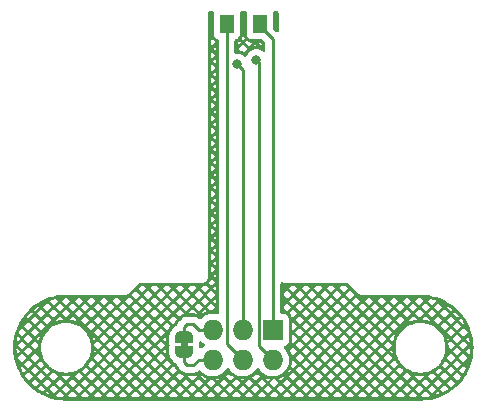
<source format=gbl>
G04 #@! TF.GenerationSoftware,KiCad,Pcbnew,6.0.9-8da3e8f707~116~ubuntu20.04.1*
G04 #@! TF.CreationDate,2023-05-05T17:12:55+00:00*
G04 #@! TF.ProjectId,LEC009202,4c454330-3039-4323-9032-2e6b69636164,rev?*
G04 #@! TF.SameCoordinates,Original*
G04 #@! TF.FileFunction,Copper,L2,Bot*
G04 #@! TF.FilePolarity,Positive*
%FSLAX46Y46*%
G04 Gerber Fmt 4.6, Leading zero omitted, Abs format (unit mm)*
G04 Created by KiCad (PCBNEW 6.0.9-8da3e8f707~116~ubuntu20.04.1) date 2023-05-05 17:12:55*
%MOMM*%
%LPD*%
G01*
G04 APERTURE LIST*
G04 Aperture macros list*
%AMFreePoly0*
4,1,22,0.500000,-0.750000,0.000000,-0.750000,0.000000,-0.745033,-0.079941,-0.743568,-0.215256,-0.701293,-0.333266,-0.622738,-0.424486,-0.514219,-0.481581,-0.384460,-0.499164,-0.250000,-0.500000,-0.250000,-0.500000,0.250000,-0.499164,0.250000,-0.499963,0.256109,-0.478152,0.396186,-0.417904,0.524511,-0.324060,0.630769,-0.204165,0.706417,-0.067858,0.745374,0.000000,0.744959,0.000000,0.750000,
0.500000,0.750000,0.500000,-0.750000,0.500000,-0.750000,$1*%
%AMFreePoly1*
4,1,20,0.000000,0.744959,0.073905,0.744508,0.209726,0.703889,0.328688,0.626782,0.421226,0.519385,0.479903,0.390333,0.500000,0.250000,0.500000,-0.250000,0.499851,-0.262216,0.476331,-0.402017,0.414519,-0.529596,0.319384,-0.634700,0.198574,-0.708877,0.061801,-0.746166,0.000000,-0.745033,0.000000,-0.750000,-0.500000,-0.750000,-0.500000,0.750000,0.000000,0.750000,0.000000,0.744959,
0.000000,0.744959,$1*%
G04 Aperture macros list end*
G04 #@! TA.AperFunction,ComponentPad*
%ADD10R,1.727200X1.727200*%
G04 #@! TD*
G04 #@! TA.AperFunction,ComponentPad*
%ADD11O,1.727200X1.727200*%
G04 #@! TD*
G04 #@! TA.AperFunction,ConnectorPad*
%ADD12R,1.200000X1.600000*%
G04 #@! TD*
G04 #@! TA.AperFunction,SMDPad,CuDef*
%ADD13FreePoly0,270.000000*%
G04 #@! TD*
G04 #@! TA.AperFunction,SMDPad,CuDef*
%ADD14FreePoly1,270.000000*%
G04 #@! TD*
G04 #@! TA.AperFunction,ViaPad*
%ADD15C,0.800000*%
G04 #@! TD*
G04 #@! TA.AperFunction,Conductor*
%ADD16C,0.250000*%
G04 #@! TD*
G04 APERTURE END LIST*
G04 #@! TO.C,JP1*
G36*
X80300000Y-49000000D02*
G01*
X79700000Y-49000000D01*
X79700000Y-48500000D01*
X80300000Y-48500000D01*
X80300000Y-49000000D01*
G37*
G04 #@! TD*
D10*
G04 #@! TO.P,J1,1,Pin_1*
G04 #@! TO.N,Net-(J1-Pad1)*
X87500000Y-47500000D03*
D11*
G04 #@! TO.P,J1,2,Pin_2*
G04 #@! TO.N,Net-(J1-Pad2)*
X87500000Y-50040000D03*
G04 #@! TO.P,J1,3,Pin_3*
G04 #@! TO.N,Net-(J1-Pad3)*
X84960000Y-47500000D03*
G04 #@! TO.P,J1,4,Pin_4*
G04 #@! TO.N,Net-(J1-Pad4)*
X84960000Y-50040000D03*
G04 #@! TO.P,J1,5,Pin_5*
G04 #@! TO.N,Net-(J1-Pad5)*
X82420000Y-47500000D03*
G04 #@! TO.P,J1,6,Pin_6*
G04 #@! TO.N,GND*
X82420000Y-50040000D03*
G04 #@! TD*
D12*
G04 #@! TO.P,U1,1,A*
G04 #@! TO.N,Net-(J1-Pad1)*
X86400000Y-21590000D03*
G04 #@! TO.P,U1,4*
G04 #@! TO.N,Net-(J1-Pad4)*
X83600000Y-21590000D03*
G04 #@! TD*
D13*
G04 #@! TO.P,JP1,1,A*
G04 #@! TO.N,Net-(J1-Pad5)*
X80000000Y-48100000D03*
D14*
G04 #@! TO.P,JP1,2,B*
G04 #@! TO.N,GND*
X80000000Y-49400000D03*
G04 #@! TD*
D15*
G04 #@! TO.N,Net-(J1-Pad2)*
X86106000Y-24638000D03*
G04 #@! TO.N,Net-(J1-Pad3)*
X84455000Y-25019000D03*
G04 #@! TD*
D16*
G04 #@! TO.N,Net-(J1-Pad5)*
X80000000Y-47250000D02*
X80000000Y-48100000D01*
X80250000Y-47000000D02*
X80000000Y-47250000D01*
X82420000Y-47500000D02*
X81250000Y-47500000D01*
X81250000Y-47500000D02*
X80750000Y-47000000D01*
X80750000Y-47000000D02*
X80250000Y-47000000D01*
G04 #@! TO.N,Net-(J1-Pad2)*
X87500000Y-50040000D02*
X86311889Y-48851889D01*
X86311889Y-48851889D02*
X86311889Y-24843889D01*
X86311889Y-24843889D02*
X86106000Y-24638000D01*
G04 #@! TO.N,Net-(J1-Pad1)*
X87500000Y-22890000D02*
X87500000Y-47500000D01*
X86400000Y-21790000D02*
X87500000Y-22890000D01*
X86400000Y-21590000D02*
X86400000Y-21790000D01*
G04 #@! TO.N,Net-(J1-Pad3)*
X84960000Y-25524000D02*
X84455000Y-25019000D01*
X84960000Y-47500000D02*
X84960000Y-25524000D01*
G04 #@! TO.N,Net-(J1-Pad4)*
X83608111Y-21598111D02*
X83600000Y-21590000D01*
X83608111Y-48688111D02*
X83608111Y-21598111D01*
X84960000Y-50040000D02*
X83608111Y-48688111D01*
G04 #@! TO.N,GND*
X82420000Y-50040000D02*
X81210000Y-50040000D01*
X80750000Y-50500000D02*
X80250000Y-50500000D01*
X81210000Y-50040000D02*
X80750000Y-50500000D01*
X80250000Y-50500000D02*
X80000000Y-50250000D01*
X80000000Y-50250000D02*
X80000000Y-49400000D01*
G04 #@! TD*
G04 #@! TA.AperFunction,NonConductor*
G36*
X87934121Y-20528002D02*
G01*
X87980614Y-20581658D01*
X87992000Y-20634000D01*
X87992000Y-22181906D01*
X87971998Y-22250027D01*
X87918342Y-22296520D01*
X87848068Y-22306624D01*
X87783488Y-22277130D01*
X87776905Y-22271001D01*
X87545405Y-22039501D01*
X87511379Y-21977189D01*
X87508500Y-21950406D01*
X87508500Y-20741866D01*
X87501745Y-20679684D01*
X87498971Y-20672284D01*
X87497144Y-20664600D01*
X87500149Y-20663886D01*
X87496018Y-20607416D01*
X87529942Y-20545049D01*
X87592199Y-20510923D01*
X87619182Y-20508000D01*
X87866000Y-20508000D01*
X87934121Y-20528002D01*
G37*
G04 #@! TD.AperFunction*
G04 #@! TA.AperFunction,NonConductor*
G36*
X85248939Y-20528002D02*
G01*
X85295432Y-20581658D01*
X85305536Y-20651932D01*
X85302324Y-20664473D01*
X85302856Y-20664600D01*
X85301029Y-20672284D01*
X85298255Y-20679684D01*
X85291500Y-20741866D01*
X85291500Y-22438134D01*
X85298255Y-22500316D01*
X85349385Y-22636705D01*
X85436739Y-22753261D01*
X85553295Y-22840615D01*
X85689684Y-22891745D01*
X85751866Y-22898500D01*
X86560405Y-22898500D01*
X86628526Y-22918502D01*
X86649500Y-22935405D01*
X86829595Y-23115500D01*
X86863621Y-23177812D01*
X86866500Y-23204595D01*
X86866500Y-23820279D01*
X86846498Y-23888400D01*
X86792842Y-23934893D01*
X86722568Y-23944997D01*
X86666439Y-23922215D01*
X86568094Y-23850763D01*
X86568093Y-23850762D01*
X86562752Y-23846882D01*
X86556724Y-23844198D01*
X86556722Y-23844197D01*
X86394319Y-23771891D01*
X86394318Y-23771891D01*
X86388288Y-23769206D01*
X86294887Y-23749353D01*
X86207944Y-23730872D01*
X86207939Y-23730872D01*
X86201487Y-23729500D01*
X86010513Y-23729500D01*
X86004061Y-23730872D01*
X86004056Y-23730872D01*
X85917113Y-23749353D01*
X85823712Y-23769206D01*
X85817682Y-23771891D01*
X85817681Y-23771891D01*
X85655278Y-23844197D01*
X85655276Y-23844198D01*
X85649248Y-23846882D01*
X85494747Y-23959134D01*
X85366960Y-24101056D01*
X85271473Y-24266444D01*
X85269431Y-24272728D01*
X85269429Y-24272733D01*
X85266221Y-24282606D01*
X85226147Y-24341211D01*
X85160750Y-24368847D01*
X85090793Y-24356739D01*
X85066255Y-24340131D01*
X85066253Y-24340134D01*
X84911752Y-24227882D01*
X84905724Y-24225198D01*
X84905722Y-24225197D01*
X84743319Y-24152891D01*
X84743318Y-24152891D01*
X84737288Y-24150206D01*
X84643887Y-24130353D01*
X84556944Y-24111872D01*
X84556939Y-24111872D01*
X84550487Y-24110500D01*
X84367611Y-24110500D01*
X84299490Y-24090498D01*
X84252997Y-24036842D01*
X84241611Y-23984500D01*
X84241611Y-23680946D01*
X84603902Y-23680946D01*
X84804095Y-23881139D01*
X84810271Y-23882969D01*
X84835323Y-23891109D01*
X84841551Y-23893315D01*
X84844033Y-23894268D01*
X84850117Y-23896788D01*
X85021633Y-23973151D01*
X85313838Y-23680946D01*
X84958870Y-23325978D01*
X84603902Y-23680946D01*
X84241611Y-23680946D01*
X84241611Y-23408041D01*
X84519011Y-23408041D01*
X84779972Y-23147080D01*
X85137766Y-23147080D01*
X85492734Y-23502048D01*
X85520851Y-23473931D01*
X85878648Y-23473931D01*
X85952838Y-23458161D01*
X85959320Y-23456960D01*
X85961946Y-23456544D01*
X85968492Y-23455682D01*
X85994689Y-23452929D01*
X86001270Y-23452411D01*
X86003925Y-23452272D01*
X86010513Y-23452100D01*
X86152723Y-23452100D01*
X86026601Y-23325978D01*
X85878648Y-23473931D01*
X85520851Y-23473931D01*
X85818882Y-23175900D01*
X86234317Y-23175900D01*
X86560466Y-23502049D01*
X86589100Y-23473415D01*
X86589100Y-23267307D01*
X86497693Y-23175900D01*
X86234317Y-23175900D01*
X85818882Y-23175900D01*
X85751866Y-23175900D01*
X85748474Y-23175854D01*
X85747100Y-23175817D01*
X85743678Y-23175679D01*
X85730070Y-23174942D01*
X85726610Y-23174706D01*
X85725241Y-23174594D01*
X85721907Y-23174277D01*
X85659725Y-23167522D01*
X85651931Y-23166428D01*
X85648798Y-23165888D01*
X85641054Y-23164302D01*
X85610432Y-23157021D01*
X85602827Y-23154959D01*
X85599787Y-23154032D01*
X85592308Y-23151493D01*
X85455919Y-23100363D01*
X85447629Y-23096913D01*
X85444347Y-23095408D01*
X85436357Y-23091396D01*
X85405022Y-23074240D01*
X85397324Y-23069662D01*
X85394289Y-23067708D01*
X85386932Y-23062592D01*
X85292801Y-22992045D01*
X85137766Y-23147080D01*
X84779972Y-23147080D01*
X84660177Y-23027285D01*
X84613068Y-23062592D01*
X84605711Y-23067708D01*
X84602676Y-23069662D01*
X84594978Y-23074240D01*
X84563643Y-23091396D01*
X84555653Y-23095408D01*
X84552371Y-23096913D01*
X84544080Y-23100363D01*
X84519011Y-23109761D01*
X84519011Y-23408041D01*
X84241611Y-23408041D01*
X84241611Y-23004829D01*
X84261613Y-22936708D01*
X84315269Y-22890215D01*
X84323382Y-22886847D01*
X84426654Y-22848132D01*
X84838818Y-22848132D01*
X84958869Y-22968183D01*
X85126004Y-22801048D01*
X85122292Y-22795711D01*
X85120338Y-22792676D01*
X85115760Y-22784978D01*
X85098604Y-22753643D01*
X85094592Y-22745653D01*
X85093087Y-22742371D01*
X85089637Y-22734081D01*
X85038507Y-22597692D01*
X85035968Y-22590213D01*
X85035041Y-22587173D01*
X85032979Y-22579568D01*
X85025698Y-22548946D01*
X85024112Y-22541202D01*
X85023572Y-22538069D01*
X85022478Y-22530275D01*
X85015723Y-22468093D01*
X85015406Y-22464759D01*
X85015294Y-22463390D01*
X85015058Y-22459930D01*
X85014321Y-22446322D01*
X85014183Y-22442900D01*
X85014146Y-22441526D01*
X85014100Y-22438134D01*
X85014100Y-22313477D01*
X84985900Y-22285277D01*
X84985900Y-22438134D01*
X84985854Y-22441526D01*
X84985817Y-22442900D01*
X84985679Y-22446322D01*
X84984942Y-22459930D01*
X84984706Y-22463390D01*
X84984594Y-22464759D01*
X84984277Y-22468093D01*
X84977522Y-22530275D01*
X84976428Y-22538069D01*
X84975888Y-22541202D01*
X84974302Y-22548946D01*
X84967021Y-22579568D01*
X84964959Y-22587173D01*
X84964032Y-22590213D01*
X84961493Y-22597692D01*
X84910363Y-22734081D01*
X84906913Y-22742371D01*
X84905408Y-22745653D01*
X84901396Y-22753643D01*
X84884240Y-22784978D01*
X84879662Y-22792676D01*
X84877708Y-22795711D01*
X84872592Y-22803068D01*
X84838818Y-22848132D01*
X84426654Y-22848132D01*
X84438295Y-22843768D01*
X84438296Y-22843767D01*
X84446705Y-22840615D01*
X84563261Y-22753261D01*
X84650615Y-22636705D01*
X84701745Y-22500316D01*
X84708500Y-22438134D01*
X84708500Y-21217546D01*
X84985900Y-21217546D01*
X84985900Y-21873421D01*
X85014100Y-21845221D01*
X85014100Y-21245746D01*
X84985900Y-21217546D01*
X84708500Y-21217546D01*
X84708500Y-20741866D01*
X84701745Y-20679684D01*
X84698971Y-20672284D01*
X84697144Y-20664600D01*
X84700149Y-20663886D01*
X84696018Y-20607416D01*
X84729942Y-20545049D01*
X84792199Y-20510923D01*
X84819182Y-20508000D01*
X85180818Y-20508000D01*
X85248939Y-20528002D01*
G37*
G04 #@! TD.AperFunction*
G04 #@! TA.AperFunction,NonConductor*
G36*
X81470214Y-48494905D02*
G01*
X81586984Y-48591849D01*
X81630299Y-48627810D01*
X81634751Y-48630412D01*
X81634756Y-48630415D01*
X81684069Y-48659231D01*
X81732792Y-48710870D01*
X81745863Y-48780653D01*
X81719131Y-48846425D01*
X81688595Y-48873783D01*
X81686335Y-48874960D01*
X81603096Y-48937457D01*
X81519797Y-49000000D01*
X81505905Y-49010430D01*
X81502333Y-49014168D01*
X81480823Y-49036677D01*
X81419299Y-49072107D01*
X81348387Y-49068650D01*
X81290600Y-49027404D01*
X81264286Y-48961464D01*
X81263729Y-48949626D01*
X81263729Y-48900000D01*
X81258500Y-48826889D01*
X81247833Y-48790560D01*
X81244012Y-48737131D01*
X81254186Y-48666373D01*
X81263729Y-48600000D01*
X81263729Y-48591849D01*
X81283731Y-48523728D01*
X81337387Y-48477235D01*
X81407661Y-48467131D01*
X81470214Y-48494905D01*
G37*
G04 #@! TD.AperFunction*
G04 #@! TA.AperFunction,NonConductor*
G36*
X82448939Y-20528002D02*
G01*
X82495432Y-20581658D01*
X82505536Y-20651932D01*
X82502324Y-20664473D01*
X82502856Y-20664600D01*
X82501029Y-20672284D01*
X82498255Y-20679684D01*
X82491500Y-20741866D01*
X82491500Y-22438134D01*
X82498255Y-22500316D01*
X82549385Y-22636705D01*
X82636739Y-22753261D01*
X82753295Y-22840615D01*
X82761703Y-22843767D01*
X82889684Y-22891745D01*
X82888770Y-22894184D01*
X82939413Y-22923123D01*
X82972227Y-22986081D01*
X82974611Y-23010478D01*
X82974611Y-46062445D01*
X82954609Y-46130566D01*
X82900953Y-46177059D01*
X82830679Y-46187163D01*
X82806552Y-46181218D01*
X82776571Y-46170601D01*
X82776564Y-46170599D01*
X82771698Y-46168876D01*
X82624941Y-46142734D01*
X82554657Y-46130214D01*
X82554653Y-46130214D01*
X82549569Y-46129308D01*
X82477574Y-46128429D01*
X82329129Y-46126615D01*
X82329127Y-46126615D01*
X82323959Y-46126552D01*
X82100929Y-46160680D01*
X81886468Y-46230777D01*
X81881876Y-46233167D01*
X81881877Y-46233167D01*
X81701611Y-46327008D01*
X81686335Y-46334960D01*
X81682202Y-46338063D01*
X81682199Y-46338065D01*
X81511235Y-46466428D01*
X81505905Y-46470430D01*
X81502333Y-46474168D01*
X81405660Y-46575330D01*
X81344135Y-46610760D01*
X81273223Y-46607303D01*
X81228314Y-46580130D01*
X81192350Y-46546358D01*
X81189507Y-46543602D01*
X81169770Y-46523865D01*
X81166573Y-46521385D01*
X81157551Y-46513680D01*
X81144116Y-46501064D01*
X81125321Y-46483414D01*
X81118375Y-46479595D01*
X81118372Y-46479593D01*
X81107566Y-46473652D01*
X81091047Y-46462801D01*
X81090583Y-46462441D01*
X81075041Y-46450386D01*
X81067772Y-46447241D01*
X81067768Y-46447238D01*
X81034463Y-46432826D01*
X81023813Y-46427609D01*
X80985060Y-46406305D01*
X80965437Y-46401267D01*
X80946734Y-46394863D01*
X80935420Y-46389967D01*
X80935419Y-46389967D01*
X80928145Y-46386819D01*
X80920322Y-46385580D01*
X80920312Y-46385577D01*
X80884476Y-46379901D01*
X80872856Y-46377495D01*
X80837711Y-46368472D01*
X80837710Y-46368472D01*
X80830030Y-46366500D01*
X80809776Y-46366500D01*
X80790065Y-46364949D01*
X80787534Y-46364548D01*
X80770057Y-46361780D01*
X80762165Y-46362526D01*
X80726039Y-46365941D01*
X80714181Y-46366500D01*
X80328763Y-46366500D01*
X80317579Y-46365973D01*
X80310091Y-46364299D01*
X80302168Y-46364548D01*
X80242033Y-46366438D01*
X80238075Y-46366500D01*
X80210144Y-46366500D01*
X80206229Y-46366995D01*
X80206225Y-46366995D01*
X80206167Y-46367003D01*
X80206138Y-46367006D01*
X80194296Y-46367939D01*
X80150110Y-46369327D01*
X80132744Y-46374372D01*
X80130658Y-46374978D01*
X80111306Y-46378986D01*
X80099068Y-46380532D01*
X80099066Y-46380533D01*
X80091203Y-46381526D01*
X80050086Y-46397806D01*
X80038885Y-46401641D01*
X79996406Y-46413982D01*
X79989587Y-46418015D01*
X79989582Y-46418017D01*
X79978971Y-46424293D01*
X79961221Y-46432990D01*
X79942383Y-46440448D01*
X79935967Y-46445109D01*
X79935966Y-46445110D01*
X79906625Y-46466428D01*
X79896701Y-46472947D01*
X79865460Y-46491422D01*
X79865455Y-46491426D01*
X79858637Y-46495458D01*
X79844313Y-46509782D01*
X79829281Y-46522621D01*
X79812893Y-46534528D01*
X79784712Y-46568593D01*
X79776722Y-46577373D01*
X79607747Y-46746348D01*
X79599461Y-46753888D01*
X79592982Y-46758000D01*
X79587557Y-46763777D01*
X79546357Y-46807651D01*
X79543602Y-46810493D01*
X79523865Y-46830230D01*
X79521385Y-46833427D01*
X79513682Y-46842447D01*
X79483414Y-46874679D01*
X79479595Y-46881625D01*
X79479593Y-46881628D01*
X79473652Y-46892434D01*
X79462801Y-46908953D01*
X79450386Y-46924959D01*
X79447241Y-46932228D01*
X79447238Y-46932232D01*
X79432826Y-46965537D01*
X79427609Y-46976187D01*
X79406305Y-47014940D01*
X79404334Y-47022615D01*
X79404334Y-47022616D01*
X79401267Y-47034562D01*
X79394863Y-47053266D01*
X79386819Y-47071855D01*
X79385579Y-47079684D01*
X79385578Y-47079687D01*
X79383890Y-47090341D01*
X79353476Y-47154493D01*
X79310189Y-47185955D01*
X79276159Y-47200928D01*
X79267495Y-47206321D01*
X79156306Y-47275530D01*
X79156302Y-47275533D01*
X79152504Y-47277897D01*
X79149076Y-47280779D01*
X79149074Y-47280780D01*
X79100957Y-47321226D01*
X79042869Y-47370054D01*
X78945782Y-47478639D01*
X78943297Y-47482372D01*
X78943294Y-47482376D01*
X78870761Y-47591341D01*
X78866419Y-47597864D01*
X78803711Y-47729333D01*
X78802374Y-47733612D01*
X78802373Y-47733615D01*
X78789215Y-47775732D01*
X78761001Y-47866039D01*
X78737713Y-48009821D01*
X78735088Y-48153020D01*
X78735641Y-48157465D01*
X78735878Y-48161944D01*
X78735751Y-48161951D01*
X78736271Y-48170339D01*
X78736271Y-48600000D01*
X78741500Y-48673111D01*
X78743403Y-48679591D01*
X78752167Y-48709438D01*
X78755988Y-48762868D01*
X78736271Y-48900000D01*
X78736271Y-49387322D01*
X78736250Y-49389630D01*
X78735088Y-49453020D01*
X78735796Y-49458700D01*
X78750954Y-49580391D01*
X78753093Y-49597565D01*
X78790766Y-49735745D01*
X78792548Y-49739862D01*
X78792549Y-49739866D01*
X78836038Y-49840362D01*
X78848612Y-49869420D01*
X78923552Y-49991472D01*
X78926415Y-49994920D01*
X78926416Y-49994922D01*
X79010428Y-50096115D01*
X79016592Y-50103540D01*
X79122776Y-50199654D01*
X79243536Y-50281107D01*
X79247572Y-50283062D01*
X79247573Y-50283063D01*
X79312283Y-50314414D01*
X79364867Y-50362116D01*
X79379388Y-50396474D01*
X79380532Y-50400930D01*
X79381526Y-50408797D01*
X79384445Y-50416168D01*
X79384445Y-50416170D01*
X79397804Y-50449912D01*
X79401649Y-50461142D01*
X79413982Y-50503593D01*
X79418015Y-50510412D01*
X79418017Y-50510417D01*
X79424293Y-50521028D01*
X79432988Y-50538776D01*
X79440448Y-50557617D01*
X79445110Y-50564033D01*
X79445110Y-50564034D01*
X79466436Y-50593387D01*
X79472952Y-50603307D01*
X79489772Y-50631747D01*
X79495458Y-50641362D01*
X79509779Y-50655683D01*
X79522619Y-50670716D01*
X79534528Y-50687107D01*
X79563938Y-50711437D01*
X79568605Y-50715298D01*
X79577384Y-50723288D01*
X79746343Y-50892247D01*
X79753887Y-50900537D01*
X79758000Y-50907018D01*
X79763777Y-50912443D01*
X79807667Y-50953658D01*
X79810509Y-50956413D01*
X79830230Y-50976134D01*
X79833425Y-50978612D01*
X79842447Y-50986318D01*
X79874679Y-51016586D01*
X79881628Y-51020406D01*
X79892432Y-51026346D01*
X79908956Y-51037199D01*
X79924959Y-51049613D01*
X79965543Y-51067176D01*
X79976173Y-51072383D01*
X80014940Y-51093695D01*
X80022617Y-51095666D01*
X80022622Y-51095668D01*
X80034558Y-51098732D01*
X80053266Y-51105137D01*
X80071855Y-51113181D01*
X80079680Y-51114420D01*
X80079682Y-51114421D01*
X80115519Y-51120097D01*
X80127140Y-51122504D01*
X80158959Y-51130673D01*
X80169970Y-51133500D01*
X80190231Y-51133500D01*
X80209940Y-51135051D01*
X80229943Y-51138219D01*
X80237835Y-51137473D01*
X80243062Y-51136979D01*
X80273954Y-51134059D01*
X80285811Y-51133500D01*
X80671233Y-51133500D01*
X80682416Y-51134027D01*
X80689909Y-51135702D01*
X80697835Y-51135453D01*
X80697836Y-51135453D01*
X80757986Y-51133562D01*
X80761945Y-51133500D01*
X80789856Y-51133500D01*
X80793791Y-51133003D01*
X80793856Y-51132995D01*
X80805693Y-51132062D01*
X80837951Y-51131048D01*
X80841970Y-51130922D01*
X80849889Y-51130673D01*
X80869343Y-51125021D01*
X80888700Y-51121013D01*
X80900930Y-51119468D01*
X80900931Y-51119468D01*
X80908797Y-51118474D01*
X80916168Y-51115555D01*
X80916170Y-51115555D01*
X80949912Y-51102196D01*
X80961142Y-51098351D01*
X80995983Y-51088229D01*
X80995984Y-51088229D01*
X81003593Y-51086018D01*
X81010412Y-51081985D01*
X81010417Y-51081983D01*
X81021028Y-51075707D01*
X81038776Y-51067012D01*
X81057617Y-51059552D01*
X81077987Y-51044753D01*
X81093387Y-51033564D01*
X81103307Y-51027048D01*
X81134535Y-51008580D01*
X81134538Y-51008578D01*
X81141362Y-51004542D01*
X81155683Y-50990221D01*
X81170717Y-50977380D01*
X81172432Y-50976134D01*
X81187107Y-50965472D01*
X81192156Y-50959369D01*
X81192160Y-50959365D01*
X81199299Y-50950735D01*
X81258134Y-50910998D01*
X81329112Y-50909377D01*
X81391620Y-50948554D01*
X81456702Y-51023687D01*
X81630299Y-51167810D01*
X81634751Y-51170412D01*
X81634756Y-51170415D01*
X81794375Y-51263689D01*
X81825103Y-51281645D01*
X82035884Y-51362134D01*
X82040952Y-51363165D01*
X82040955Y-51363166D01*
X82144498Y-51384232D01*
X82256981Y-51407117D01*
X82262156Y-51407307D01*
X82262158Y-51407307D01*
X82477292Y-51415196D01*
X82477296Y-51415196D01*
X82482456Y-51415385D01*
X82487576Y-51414729D01*
X82487578Y-51414729D01*
X82593148Y-51401205D01*
X82706253Y-51386716D01*
X82711202Y-51385231D01*
X82711208Y-51385230D01*
X82917413Y-51323365D01*
X82917412Y-51323365D01*
X82922363Y-51321880D01*
X83042428Y-51263061D01*
X83120331Y-51224897D01*
X83120336Y-51224894D01*
X83124982Y-51222618D01*
X83129192Y-51219615D01*
X83129197Y-51219612D01*
X83304455Y-51094601D01*
X83304459Y-51094597D01*
X83308667Y-51091596D01*
X83468487Y-50932333D01*
X83525926Y-50852398D01*
X83589370Y-50764107D01*
X83645364Y-50720459D01*
X83716068Y-50714013D01*
X83779032Y-50746816D01*
X83799125Y-50771799D01*
X83846275Y-50848743D01*
X83846283Y-50848753D01*
X83848975Y-50853147D01*
X83996702Y-51023687D01*
X84170299Y-51167810D01*
X84174751Y-51170412D01*
X84174756Y-51170415D01*
X84334375Y-51263689D01*
X84365103Y-51281645D01*
X84575884Y-51362134D01*
X84580952Y-51363165D01*
X84580955Y-51363166D01*
X84684498Y-51384232D01*
X84796981Y-51407117D01*
X84802156Y-51407307D01*
X84802158Y-51407307D01*
X85017292Y-51415196D01*
X85017296Y-51415196D01*
X85022456Y-51415385D01*
X85027576Y-51414729D01*
X85027578Y-51414729D01*
X85133148Y-51401205D01*
X85246253Y-51386716D01*
X85251202Y-51385231D01*
X85251208Y-51385230D01*
X85457413Y-51323365D01*
X85457412Y-51323365D01*
X85462363Y-51321880D01*
X85582428Y-51263061D01*
X85660331Y-51224897D01*
X85660336Y-51224894D01*
X85664982Y-51222618D01*
X85669192Y-51219615D01*
X85669197Y-51219612D01*
X85844455Y-51094601D01*
X85844459Y-51094597D01*
X85848667Y-51091596D01*
X86008487Y-50932333D01*
X86065926Y-50852398D01*
X86129370Y-50764107D01*
X86185364Y-50720459D01*
X86256068Y-50714013D01*
X86319032Y-50746816D01*
X86339125Y-50771799D01*
X86386275Y-50848743D01*
X86386283Y-50848753D01*
X86388975Y-50853147D01*
X86536702Y-51023687D01*
X86710299Y-51167810D01*
X86714751Y-51170412D01*
X86714756Y-51170415D01*
X86874375Y-51263689D01*
X86905103Y-51281645D01*
X87115884Y-51362134D01*
X87120952Y-51363165D01*
X87120955Y-51363166D01*
X87224498Y-51384232D01*
X87336981Y-51407117D01*
X87342156Y-51407307D01*
X87342158Y-51407307D01*
X87557292Y-51415196D01*
X87557296Y-51415196D01*
X87562456Y-51415385D01*
X87567576Y-51414729D01*
X87567578Y-51414729D01*
X87673148Y-51401205D01*
X87786253Y-51386716D01*
X87791202Y-51385231D01*
X87791208Y-51385230D01*
X87997413Y-51323365D01*
X87997412Y-51323365D01*
X88002363Y-51321880D01*
X88122428Y-51263061D01*
X88200331Y-51224897D01*
X88200336Y-51224894D01*
X88204982Y-51222618D01*
X88208696Y-51219969D01*
X88652836Y-51219969D01*
X88695928Y-51263061D01*
X89050896Y-50908092D01*
X89408692Y-50908092D01*
X89763660Y-51263061D01*
X90118628Y-50908093D01*
X90118627Y-50908092D01*
X90476423Y-50908092D01*
X90831391Y-51263061D01*
X91186359Y-50908093D01*
X91544154Y-50908093D01*
X91899122Y-51263061D01*
X92254089Y-50908093D01*
X92611885Y-50908093D01*
X92966853Y-51263061D01*
X93321821Y-50908092D01*
X93679617Y-50908092D01*
X94034585Y-51263061D01*
X94389553Y-50908093D01*
X94389552Y-50908092D01*
X94747348Y-50908092D01*
X95102316Y-51263061D01*
X95457284Y-50908093D01*
X95815079Y-50908093D01*
X96170047Y-51263061D01*
X96525014Y-50908093D01*
X96882810Y-50908093D01*
X97237778Y-51263061D01*
X97592746Y-50908092D01*
X97950542Y-50908092D01*
X98305510Y-51263061D01*
X98621259Y-50947312D01*
X98490977Y-50853694D01*
X98487556Y-50851148D01*
X98486188Y-50850093D01*
X98482823Y-50847404D01*
X98469616Y-50836479D01*
X98466349Y-50833682D01*
X98465055Y-50832535D01*
X98461901Y-50829642D01*
X98253363Y-50631747D01*
X98250311Y-50628750D01*
X98249098Y-50627518D01*
X98246135Y-50624404D01*
X98240432Y-50618202D01*
X97950542Y-50908092D01*
X97592746Y-50908092D01*
X97237779Y-50553125D01*
X96882810Y-50908093D01*
X96525014Y-50908093D01*
X96525015Y-50908092D01*
X96170048Y-50553125D01*
X95815079Y-50908093D01*
X95457284Y-50908093D01*
X95102315Y-50553125D01*
X94747348Y-50908092D01*
X94389552Y-50908092D01*
X94034584Y-50553125D01*
X93679617Y-50908092D01*
X93321821Y-50908092D01*
X92966854Y-50553125D01*
X92611885Y-50908093D01*
X92254089Y-50908093D01*
X92254090Y-50908092D01*
X91899123Y-50553125D01*
X91544154Y-50908093D01*
X91186359Y-50908093D01*
X90831390Y-50553125D01*
X90476423Y-50908092D01*
X90118627Y-50908092D01*
X89763659Y-50553125D01*
X89408692Y-50908092D01*
X89050896Y-50908092D01*
X88957274Y-50814470D01*
X88928835Y-50872013D01*
X88926444Y-50876610D01*
X88925445Y-50878438D01*
X88922881Y-50882910D01*
X88912246Y-50900609D01*
X88909499Y-50904976D01*
X88908354Y-50906716D01*
X88905421Y-50910979D01*
X88773758Y-51094207D01*
X88770676Y-51098318D01*
X88769393Y-51099958D01*
X88766110Y-51103980D01*
X88752728Y-51119705D01*
X88749275Y-51123597D01*
X88747860Y-51125127D01*
X88744296Y-51128827D01*
X88652836Y-51219969D01*
X88208696Y-51219969D01*
X88209192Y-51219615D01*
X88209197Y-51219612D01*
X88384455Y-51094601D01*
X88384459Y-51094597D01*
X88388667Y-51091596D01*
X88548487Y-50932333D01*
X88680150Y-50749105D01*
X88771549Y-50564173D01*
X89064771Y-50564173D01*
X89229794Y-50729196D01*
X89584763Y-50374227D01*
X89942558Y-50374227D01*
X90297526Y-50729195D01*
X90652494Y-50374227D01*
X91010288Y-50374227D01*
X91365256Y-50729195D01*
X91720224Y-50374227D01*
X92078019Y-50374227D01*
X92432987Y-50729195D01*
X92787955Y-50374227D01*
X93145752Y-50374227D01*
X93500720Y-50729195D01*
X93855688Y-50374227D01*
X94213483Y-50374227D01*
X94568451Y-50729195D01*
X94923419Y-50374227D01*
X95281213Y-50374227D01*
X95636181Y-50729195D01*
X95991149Y-50374227D01*
X96348944Y-50374227D01*
X96703912Y-50729195D01*
X97058880Y-50374227D01*
X97416677Y-50374227D01*
X97771645Y-50729195D01*
X98080614Y-50420226D01*
X98048070Y-50379604D01*
X98045438Y-50376201D01*
X98044404Y-50374816D01*
X98041904Y-50371346D01*
X98032122Y-50357271D01*
X98029751Y-50353734D01*
X98028813Y-50352282D01*
X98026534Y-50348617D01*
X97915531Y-50163145D01*
X97771645Y-50019259D01*
X97416677Y-50374227D01*
X97058880Y-50374227D01*
X96703912Y-50019259D01*
X96348944Y-50374227D01*
X95991149Y-50374227D01*
X95636181Y-50019259D01*
X95281213Y-50374227D01*
X94923419Y-50374227D01*
X94568451Y-50019259D01*
X94213483Y-50374227D01*
X93855688Y-50374227D01*
X93500720Y-50019259D01*
X93145752Y-50374227D01*
X92787955Y-50374227D01*
X92432987Y-50019259D01*
X92078019Y-50374227D01*
X91720224Y-50374227D01*
X91365256Y-50019259D01*
X91010288Y-50374227D01*
X90652494Y-50374227D01*
X90297526Y-50019259D01*
X89942558Y-50374227D01*
X89584763Y-50374227D01*
X89229795Y-50019259D01*
X89152911Y-50096142D01*
X89152474Y-50114035D01*
X89152348Y-50117392D01*
X89152279Y-50118741D01*
X89152063Y-50122079D01*
X89151023Y-50135446D01*
X89150726Y-50138717D01*
X89150586Y-50140062D01*
X89150185Y-50143463D01*
X89120735Y-50367159D01*
X89119948Y-50372310D01*
X89119591Y-50374362D01*
X89118611Y-50379389D01*
X89114248Y-50399571D01*
X89113060Y-50404572D01*
X89112537Y-50406589D01*
X89111129Y-50411592D01*
X89064771Y-50564173D01*
X88771549Y-50564173D01*
X88774789Y-50557617D01*
X88777824Y-50551477D01*
X88777825Y-50551475D01*
X88780118Y-50546835D01*
X88838921Y-50353290D01*
X88844206Y-50335896D01*
X88844206Y-50335895D01*
X88845708Y-50330952D01*
X88848972Y-50306162D01*
X88874721Y-50110578D01*
X88874722Y-50110572D01*
X88875158Y-50107256D01*
X88876802Y-50040000D01*
X88860389Y-49840362D01*
X89408692Y-49840362D01*
X89763659Y-50195329D01*
X90118627Y-49840362D01*
X90476423Y-49840362D01*
X90831390Y-50195329D01*
X91186359Y-49840361D01*
X91544154Y-49840361D01*
X91899123Y-50195329D01*
X92254090Y-49840362D01*
X92254089Y-49840361D01*
X92611885Y-49840361D01*
X92966854Y-50195329D01*
X93321821Y-49840362D01*
X93679617Y-49840362D01*
X94034584Y-50195329D01*
X94389552Y-49840362D01*
X94747348Y-49840362D01*
X95102315Y-50195329D01*
X95457284Y-49840361D01*
X95815079Y-49840361D01*
X96170048Y-50195329D01*
X96525015Y-49840362D01*
X96525014Y-49840361D01*
X96882810Y-49840361D01*
X97237779Y-50195329D01*
X97592746Y-49840362D01*
X97237778Y-49485393D01*
X96882810Y-49840361D01*
X96525014Y-49840361D01*
X96170047Y-49485393D01*
X95815079Y-49840361D01*
X95457284Y-49840361D01*
X95102316Y-49485393D01*
X94747348Y-49840362D01*
X94389552Y-49840362D01*
X94389553Y-49840361D01*
X94034585Y-49485393D01*
X93679617Y-49840362D01*
X93321821Y-49840362D01*
X92966853Y-49485393D01*
X92611885Y-49840361D01*
X92254089Y-49840361D01*
X91899122Y-49485393D01*
X91544154Y-49840361D01*
X91186359Y-49840361D01*
X90831391Y-49485393D01*
X90476423Y-49840362D01*
X90118627Y-49840362D01*
X90118628Y-49840361D01*
X89763660Y-49485393D01*
X89408692Y-49840362D01*
X88860389Y-49840362D01*
X88858315Y-49815132D01*
X88803349Y-49596304D01*
X88713380Y-49389391D01*
X88634593Y-49267604D01*
X88614457Y-49236479D01*
X88944844Y-49236479D01*
X88946290Y-49238714D01*
X88949004Y-49243103D01*
X88950063Y-49244897D01*
X88952602Y-49249407D01*
X88962359Y-49267604D01*
X88964716Y-49272228D01*
X88965624Y-49274103D01*
X88967771Y-49278777D01*
X89057740Y-49485690D01*
X89059689Y-49490434D01*
X89060274Y-49491944D01*
X89229794Y-49661464D01*
X89584761Y-49306496D01*
X89942557Y-49306496D01*
X90297525Y-49661464D01*
X90652493Y-49306495D01*
X91010289Y-49306495D01*
X91365257Y-49661464D01*
X91720225Y-49306496D01*
X91720224Y-49306495D01*
X92078020Y-49306495D01*
X92432988Y-49661464D01*
X92787956Y-49306496D01*
X93145751Y-49306496D01*
X93500719Y-49661464D01*
X93855686Y-49306496D01*
X94213482Y-49306496D01*
X94568450Y-49661464D01*
X94923418Y-49306495D01*
X95281214Y-49306495D01*
X95636182Y-49661464D01*
X95991150Y-49306496D01*
X95991149Y-49306495D01*
X96348945Y-49306495D01*
X96703913Y-49661464D01*
X97058881Y-49306496D01*
X97416676Y-49306496D01*
X97683140Y-49572960D01*
X97660700Y-49490932D01*
X97659640Y-49486783D01*
X97659241Y-49485102D01*
X97658321Y-49480909D01*
X97654933Y-49464107D01*
X97654157Y-49459892D01*
X97653873Y-49458186D01*
X97653241Y-49453941D01*
X97615716Y-49168910D01*
X97615228Y-49164640D01*
X97615061Y-49162920D01*
X97614720Y-49158654D01*
X97613644Y-49141548D01*
X97613448Y-49137282D01*
X97613398Y-49135554D01*
X97613364Y-49132703D01*
X97890743Y-49132703D01*
X97891302Y-49136947D01*
X97891302Y-49136951D01*
X97899596Y-49199951D01*
X97928268Y-49417734D01*
X98004129Y-49695036D01*
X98005813Y-49698984D01*
X98078511Y-49869420D01*
X98116923Y-49959476D01*
X98163108Y-50036646D01*
X98262168Y-50202162D01*
X98264561Y-50206161D01*
X98444313Y-50430528D01*
X98513288Y-50495983D01*
X98585146Y-50564173D01*
X98652851Y-50628423D01*
X98817612Y-50746816D01*
X98880350Y-50791898D01*
X98886317Y-50796186D01*
X98890112Y-50798195D01*
X98890113Y-50798196D01*
X98911869Y-50809715D01*
X99140392Y-50930712D01*
X99256857Y-50973332D01*
X99403643Y-51027048D01*
X99410373Y-51029511D01*
X99691264Y-51090755D01*
X99719841Y-51093004D01*
X99914282Y-51108307D01*
X99914291Y-51108307D01*
X99916739Y-51108500D01*
X100072271Y-51108500D01*
X100074407Y-51108354D01*
X100074418Y-51108354D01*
X100282548Y-51094165D01*
X100282554Y-51094164D01*
X100286825Y-51093873D01*
X100291020Y-51093004D01*
X100291022Y-51093004D01*
X100475068Y-51054890D01*
X100568342Y-51035574D01*
X100601133Y-51023962D01*
X101269604Y-51023962D01*
X101508703Y-51263061D01*
X101863671Y-50908092D01*
X102221467Y-50908092D01*
X102576435Y-51263061D01*
X102931403Y-50908093D01*
X102931402Y-50908092D01*
X103289198Y-50908092D01*
X103589004Y-51207898D01*
X103772485Y-50878488D01*
X103832839Y-50741799D01*
X103644165Y-50553125D01*
X103289198Y-50908092D01*
X102931402Y-50908092D01*
X102576434Y-50553125D01*
X102221467Y-50908092D01*
X101863671Y-50908092D01*
X101665218Y-50709639D01*
X101518855Y-50845648D01*
X101515647Y-50848529D01*
X101514342Y-50849661D01*
X101511076Y-50852398D01*
X101497756Y-50863185D01*
X101494385Y-50865822D01*
X101493005Y-50866864D01*
X101489530Y-50869396D01*
X101269604Y-51023962D01*
X100601133Y-51023962D01*
X100839343Y-50939607D01*
X101037147Y-50837513D01*
X101091005Y-50809715D01*
X101091006Y-50809715D01*
X101094812Y-50807750D01*
X101098313Y-50805289D01*
X101098317Y-50805287D01*
X101259283Y-50692158D01*
X101330023Y-50642441D01*
X101427912Y-50551477D01*
X101458377Y-50523167D01*
X101836540Y-50523167D01*
X102042568Y-50729195D01*
X102397536Y-50374227D01*
X102755333Y-50374227D01*
X103110301Y-50729195D01*
X103465269Y-50374227D01*
X103823064Y-50374227D01*
X103940138Y-50491302D01*
X104053427Y-50153295D01*
X104056328Y-50140962D01*
X103823064Y-50374227D01*
X103465269Y-50374227D01*
X103110301Y-50019259D01*
X102755333Y-50374227D01*
X102397536Y-50374227D01*
X102122728Y-50099418D01*
X102122475Y-50099922D01*
X102114535Y-50115112D01*
X102112505Y-50118841D01*
X102111652Y-50120347D01*
X102109450Y-50124084D01*
X101959236Y-50369210D01*
X101956921Y-50372846D01*
X101955968Y-50374288D01*
X101953555Y-50377808D01*
X101943626Y-50391779D01*
X101941105Y-50395202D01*
X101940057Y-50396576D01*
X101937377Y-50399968D01*
X101836540Y-50523167D01*
X101458377Y-50523167D01*
X101537479Y-50449661D01*
X101537481Y-50449658D01*
X101540622Y-50446740D01*
X101722713Y-50224268D01*
X101865371Y-49991472D01*
X101870686Y-49982799D01*
X101872927Y-49979142D01*
X101929171Y-49851015D01*
X102232120Y-49851015D01*
X102576434Y-50195329D01*
X102931402Y-49840362D01*
X103289198Y-49840362D01*
X103644165Y-50195329D01*
X103999134Y-49840361D01*
X103644166Y-49485393D01*
X103289198Y-49840362D01*
X102931402Y-49840362D01*
X102931403Y-49840361D01*
X102576435Y-49485393D01*
X102247601Y-49814227D01*
X102246304Y-49817830D01*
X102244792Y-49821816D01*
X102244152Y-49823421D01*
X102242487Y-49827398D01*
X102232120Y-49851015D01*
X101929171Y-49851015D01*
X101988483Y-49715898D01*
X102067244Y-49439406D01*
X102086160Y-49306496D01*
X102755332Y-49306496D01*
X103110300Y-49661464D01*
X103465267Y-49306496D01*
X103823063Y-49306496D01*
X104160713Y-49644146D01*
X104196325Y-49388855D01*
X104214303Y-49000000D01*
X104213711Y-48987207D01*
X104178032Y-48951528D01*
X103823063Y-49306496D01*
X103465267Y-49306496D01*
X103465268Y-49306495D01*
X103110301Y-48951528D01*
X102755332Y-49306496D01*
X102086160Y-49306496D01*
X102101868Y-49196124D01*
X102107146Y-49159036D01*
X102107146Y-49159034D01*
X102107751Y-49154784D01*
X102107821Y-49141548D01*
X102109235Y-48871583D01*
X102109235Y-48871576D01*
X102109257Y-48867297D01*
X102108540Y-48861847D01*
X102088278Y-48707947D01*
X102078748Y-48635556D01*
X102358541Y-48635556D01*
X102384284Y-48831090D01*
X102384772Y-48835360D01*
X102384939Y-48837080D01*
X102385280Y-48841346D01*
X102386356Y-48858452D01*
X102386552Y-48862718D01*
X102386602Y-48864446D01*
X102386653Y-48868750D01*
X102386293Y-48937457D01*
X102576434Y-49127598D01*
X102931402Y-48772631D01*
X103289198Y-48772631D01*
X103644165Y-49127598D01*
X103999134Y-48772630D01*
X103644166Y-48417662D01*
X103289198Y-48772631D01*
X102931402Y-48772631D01*
X102931403Y-48772630D01*
X102576435Y-48417662D01*
X102358541Y-48635556D01*
X102078748Y-48635556D01*
X102071732Y-48582266D01*
X102053761Y-48516573D01*
X102031989Y-48436990D01*
X101995871Y-48304964D01*
X101952799Y-48203984D01*
X101884763Y-48044476D01*
X101884761Y-48044472D01*
X101883077Y-48040524D01*
X101867799Y-48014996D01*
X102173768Y-48014996D01*
X102251028Y-48196129D01*
X102252635Y-48200079D01*
X102253259Y-48201691D01*
X102254746Y-48205738D01*
X102260383Y-48221925D01*
X102261717Y-48225975D01*
X102262230Y-48227626D01*
X102263439Y-48231766D01*
X102293747Y-48342555D01*
X102397537Y-48238765D01*
X102755332Y-48238765D01*
X103110300Y-48593733D01*
X103465267Y-48238765D01*
X103823063Y-48238765D01*
X104178031Y-48593733D01*
X104191954Y-48579810D01*
X104142545Y-48225614D01*
X104084216Y-47977612D01*
X103823063Y-48238765D01*
X103465267Y-48238765D01*
X103465268Y-48238764D01*
X103110301Y-47883797D01*
X102755332Y-48238765D01*
X102397537Y-48238765D01*
X102173768Y-48014996D01*
X101867799Y-48014996D01*
X101735439Y-47793839D01*
X101664184Y-47704898D01*
X102221467Y-47704898D01*
X102576435Y-48059867D01*
X102931403Y-47704899D01*
X102931402Y-47704898D01*
X103289198Y-47704898D01*
X103644166Y-48059867D01*
X103999134Y-47704899D01*
X103644165Y-47349931D01*
X103289198Y-47704898D01*
X102931402Y-47704898D01*
X102576434Y-47349931D01*
X102221467Y-47704898D01*
X101664184Y-47704898D01*
X101555687Y-47569472D01*
X101347149Y-47371577D01*
X101113683Y-47203814D01*
X101108233Y-47200928D01*
X101051772Y-47171034D01*
X101687601Y-47171034D01*
X102042568Y-47526001D01*
X102397537Y-47171033D01*
X102755332Y-47171033D01*
X103110301Y-47526001D01*
X103465268Y-47171034D01*
X103110300Y-46816065D01*
X102755332Y-47171033D01*
X102397537Y-47171033D01*
X102042569Y-46816065D01*
X101687601Y-47171034D01*
X101051772Y-47171034D01*
X100859608Y-47069288D01*
X100589627Y-46970489D01*
X100308736Y-46909245D01*
X100277685Y-46906801D01*
X100085718Y-46891693D01*
X100085709Y-46891693D01*
X100083261Y-46891500D01*
X99927729Y-46891500D01*
X99925593Y-46891646D01*
X99925582Y-46891646D01*
X99717452Y-46905835D01*
X99717446Y-46905836D01*
X99713175Y-46906127D01*
X99708980Y-46906996D01*
X99708978Y-46906996D01*
X99622238Y-46924959D01*
X99431658Y-46964426D01*
X99160657Y-47060393D01*
X99156848Y-47062359D01*
X98918929Y-47185158D01*
X98905188Y-47192250D01*
X98901687Y-47194711D01*
X98901683Y-47194713D01*
X98892840Y-47200928D01*
X98669977Y-47357559D01*
X98651717Y-47374527D01*
X98539680Y-47478639D01*
X98459378Y-47553260D01*
X98277287Y-47775732D01*
X98198109Y-47904938D01*
X98133837Y-48009821D01*
X98127073Y-48020858D01*
X98125347Y-48024791D01*
X98125346Y-48024792D01*
X98047693Y-48201691D01*
X98011517Y-48284102D01*
X97932756Y-48560594D01*
X97905051Y-48755266D01*
X97894126Y-48832030D01*
X97892249Y-48845216D01*
X97892227Y-48849505D01*
X97892226Y-48849512D01*
X97890765Y-49128417D01*
X97890743Y-49132703D01*
X97613364Y-49132703D01*
X97613347Y-49131250D01*
X97613460Y-49109713D01*
X97416676Y-49306496D01*
X97058881Y-49306496D01*
X96703912Y-48951528D01*
X96348945Y-49306495D01*
X95991149Y-49306495D01*
X95636181Y-48951528D01*
X95281214Y-49306495D01*
X94923418Y-49306495D01*
X94568451Y-48951528D01*
X94213482Y-49306496D01*
X93855686Y-49306496D01*
X93855687Y-49306495D01*
X93500720Y-48951528D01*
X93145751Y-49306496D01*
X92787956Y-49306496D01*
X92432987Y-48951528D01*
X92078020Y-49306495D01*
X91720224Y-49306495D01*
X91365256Y-48951528D01*
X91010289Y-49306495D01*
X90652493Y-49306495D01*
X90297526Y-48951528D01*
X89942557Y-49306496D01*
X89584761Y-49306496D01*
X89584762Y-49306495D01*
X89229795Y-48951528D01*
X88944844Y-49236479D01*
X88614457Y-49236479D01*
X88593634Y-49204291D01*
X88593632Y-49204288D01*
X88590826Y-49199951D01*
X88587352Y-49196133D01*
X88587345Y-49196124D01*
X88459195Y-49055289D01*
X88428143Y-48991444D01*
X88436539Y-48920945D01*
X88481716Y-48866177D01*
X88508159Y-48852508D01*
X88601897Y-48817367D01*
X88610305Y-48814215D01*
X88665790Y-48772631D01*
X89408692Y-48772631D01*
X89763659Y-49127598D01*
X90118627Y-48772631D01*
X90476423Y-48772631D01*
X90831390Y-49127598D01*
X91186359Y-48772630D01*
X91544154Y-48772630D01*
X91899123Y-49127598D01*
X92254090Y-48772631D01*
X92254089Y-48772630D01*
X92611885Y-48772630D01*
X92966854Y-49127598D01*
X93321821Y-48772631D01*
X93679617Y-48772631D01*
X94034584Y-49127598D01*
X94389552Y-48772631D01*
X94747348Y-48772631D01*
X95102315Y-49127598D01*
X95457284Y-48772630D01*
X95815079Y-48772630D01*
X96170048Y-49127598D01*
X96525015Y-48772631D01*
X96525014Y-48772630D01*
X96882810Y-48772630D01*
X97237779Y-49127598D01*
X97592746Y-48772631D01*
X97237778Y-48417662D01*
X96882810Y-48772630D01*
X96525014Y-48772630D01*
X96170047Y-48417662D01*
X95815079Y-48772630D01*
X95457284Y-48772630D01*
X95102316Y-48417662D01*
X94747348Y-48772631D01*
X94389552Y-48772631D01*
X94389553Y-48772630D01*
X94034585Y-48417662D01*
X93679617Y-48772631D01*
X93321821Y-48772631D01*
X92966853Y-48417662D01*
X92611885Y-48772630D01*
X92254089Y-48772630D01*
X91899122Y-48417662D01*
X91544154Y-48772630D01*
X91186359Y-48772630D01*
X90831391Y-48417662D01*
X90476423Y-48772631D01*
X90118627Y-48772631D01*
X90118628Y-48772630D01*
X89763660Y-48417662D01*
X89408692Y-48772631D01*
X88665790Y-48772631D01*
X88726861Y-48726861D01*
X88814215Y-48610305D01*
X88853724Y-48504915D01*
X89140976Y-48504915D01*
X89229794Y-48593733D01*
X89584761Y-48238765D01*
X89942557Y-48238765D01*
X90297525Y-48593733D01*
X90652493Y-48238764D01*
X91010289Y-48238764D01*
X91365257Y-48593733D01*
X91720225Y-48238765D01*
X91720224Y-48238764D01*
X92078020Y-48238764D01*
X92432988Y-48593733D01*
X92787956Y-48238765D01*
X93145751Y-48238765D01*
X93500719Y-48593733D01*
X93855686Y-48238765D01*
X94213482Y-48238765D01*
X94568450Y-48593733D01*
X94923418Y-48238764D01*
X95281214Y-48238764D01*
X95636182Y-48593733D01*
X95991150Y-48238765D01*
X95991149Y-48238764D01*
X96348945Y-48238764D01*
X96703913Y-48593733D01*
X97058881Y-48238765D01*
X97416676Y-48238765D01*
X97665241Y-48487330D01*
X97665970Y-48484597D01*
X97744731Y-48208105D01*
X97745981Y-48203984D01*
X97746511Y-48202339D01*
X97747890Y-48198296D01*
X97753696Y-48182170D01*
X97755208Y-48178184D01*
X97755848Y-48176579D01*
X97757513Y-48172603D01*
X97849927Y-47962079D01*
X97771645Y-47883797D01*
X97416676Y-48238765D01*
X97058881Y-48238765D01*
X96703912Y-47883797D01*
X96348945Y-48238764D01*
X95991149Y-48238764D01*
X95636181Y-47883797D01*
X95281214Y-48238764D01*
X94923418Y-48238764D01*
X94568451Y-47883797D01*
X94213482Y-48238765D01*
X93855686Y-48238765D01*
X93855687Y-48238764D01*
X93500720Y-47883797D01*
X93145751Y-48238765D01*
X92787956Y-48238765D01*
X92432987Y-47883797D01*
X92078020Y-48238764D01*
X91720224Y-48238764D01*
X91365256Y-47883797D01*
X91010289Y-48238764D01*
X90652493Y-48238764D01*
X90297526Y-47883797D01*
X89942557Y-48238765D01*
X89584761Y-48238765D01*
X89584762Y-48238764D01*
X89229794Y-47883796D01*
X89149500Y-47964090D01*
X89149500Y-48411734D01*
X89149454Y-48415126D01*
X89149417Y-48416500D01*
X89149279Y-48419922D01*
X89148542Y-48433530D01*
X89148306Y-48436990D01*
X89148194Y-48438359D01*
X89147877Y-48441693D01*
X89141122Y-48503875D01*
X89140976Y-48504915D01*
X88853724Y-48504915D01*
X88865345Y-48473916D01*
X88872100Y-48411734D01*
X88872100Y-47704898D01*
X89408692Y-47704898D01*
X89763660Y-48059867D01*
X90118628Y-47704899D01*
X90118627Y-47704898D01*
X90476423Y-47704898D01*
X90831391Y-48059867D01*
X91186359Y-47704899D01*
X91544154Y-47704899D01*
X91899122Y-48059867D01*
X92254089Y-47704899D01*
X92611885Y-47704899D01*
X92966853Y-48059867D01*
X93321821Y-47704898D01*
X93679617Y-47704898D01*
X94034585Y-48059867D01*
X94389553Y-47704899D01*
X94389552Y-47704898D01*
X94747348Y-47704898D01*
X95102316Y-48059867D01*
X95457284Y-47704899D01*
X95815079Y-47704899D01*
X96170047Y-48059867D01*
X96525014Y-47704899D01*
X96882810Y-47704899D01*
X97237778Y-48059867D01*
X97592745Y-47704899D01*
X97950541Y-47704899D01*
X97978325Y-47732683D01*
X98040765Y-47630790D01*
X98043079Y-47627154D01*
X98044032Y-47625712D01*
X98046445Y-47622192D01*
X98056374Y-47608221D01*
X98058895Y-47604798D01*
X98059943Y-47603424D01*
X98062623Y-47600032D01*
X98095158Y-47560282D01*
X97950541Y-47704899D01*
X97592745Y-47704899D01*
X97592746Y-47704898D01*
X97237779Y-47349931D01*
X96882810Y-47704899D01*
X96525014Y-47704899D01*
X96525015Y-47704898D01*
X96170048Y-47349931D01*
X95815079Y-47704899D01*
X95457284Y-47704899D01*
X95102315Y-47349931D01*
X94747348Y-47704898D01*
X94389552Y-47704898D01*
X94034584Y-47349931D01*
X93679617Y-47704898D01*
X93321821Y-47704898D01*
X92966854Y-47349931D01*
X92611885Y-47704899D01*
X92254089Y-47704899D01*
X92254090Y-47704898D01*
X91899123Y-47349931D01*
X91544154Y-47704899D01*
X91186359Y-47704899D01*
X90831390Y-47349931D01*
X90476423Y-47704898D01*
X90118627Y-47704898D01*
X89763659Y-47349931D01*
X89408692Y-47704898D01*
X88872100Y-47704898D01*
X88872100Y-47445708D01*
X89149500Y-47445708D01*
X89229794Y-47526002D01*
X89584762Y-47171034D01*
X89584761Y-47171033D01*
X89942557Y-47171033D01*
X90297526Y-47526001D01*
X90652493Y-47171034D01*
X91010289Y-47171034D01*
X91365256Y-47526001D01*
X91720224Y-47171034D01*
X92078020Y-47171034D01*
X92432987Y-47526001D01*
X92787956Y-47171033D01*
X93145751Y-47171033D01*
X93500720Y-47526001D01*
X93855687Y-47171034D01*
X93855686Y-47171033D01*
X94213482Y-47171033D01*
X94568451Y-47526001D01*
X94923418Y-47171034D01*
X95281214Y-47171034D01*
X95636181Y-47526001D01*
X95991149Y-47171034D01*
X96348945Y-47171034D01*
X96703912Y-47526001D01*
X97058881Y-47171033D01*
X97416676Y-47171033D01*
X97771645Y-47526001D01*
X98126612Y-47171034D01*
X98052208Y-47096630D01*
X98558810Y-47096630D01*
X98745681Y-46965295D01*
X98749236Y-46962887D01*
X98750683Y-46961942D01*
X98754308Y-46959661D01*
X98768969Y-46950782D01*
X98772647Y-46948638D01*
X98774155Y-46947793D01*
X98777958Y-46945747D01*
X98904001Y-46880691D01*
X98839375Y-46816065D01*
X98558810Y-47096630D01*
X98052208Y-47096630D01*
X97771644Y-46816065D01*
X97416676Y-47171033D01*
X97058881Y-47171033D01*
X96703913Y-46816065D01*
X96348945Y-47171034D01*
X95991149Y-47171034D01*
X95991150Y-47171033D01*
X95636182Y-46816065D01*
X95281214Y-47171034D01*
X94923418Y-47171034D01*
X94568450Y-46816065D01*
X94213482Y-47171033D01*
X93855686Y-47171033D01*
X93500719Y-46816065D01*
X93145751Y-47171033D01*
X92787956Y-47171033D01*
X92432988Y-46816065D01*
X92078020Y-47171034D01*
X91720224Y-47171034D01*
X91720225Y-47171033D01*
X91365257Y-46816065D01*
X91010289Y-47171034D01*
X90652493Y-47171034D01*
X90297525Y-46816065D01*
X89942557Y-47171033D01*
X89584761Y-47171033D01*
X89229794Y-46816065D01*
X89149500Y-46896359D01*
X89149500Y-47445708D01*
X88872100Y-47445708D01*
X88872100Y-46637167D01*
X89408692Y-46637167D01*
X89763660Y-46992136D01*
X90118628Y-46637168D01*
X90118627Y-46637167D01*
X90476423Y-46637167D01*
X90831391Y-46992136D01*
X91186359Y-46637168D01*
X91544154Y-46637168D01*
X91899122Y-46992136D01*
X92254089Y-46637168D01*
X92611885Y-46637168D01*
X92966853Y-46992136D01*
X93321821Y-46637167D01*
X93679617Y-46637167D01*
X94034585Y-46992136D01*
X94389553Y-46637168D01*
X94389552Y-46637167D01*
X94747348Y-46637167D01*
X95102316Y-46992136D01*
X95457284Y-46637168D01*
X95815079Y-46637168D01*
X96170047Y-46992136D01*
X96525014Y-46637168D01*
X96882810Y-46637168D01*
X97237778Y-46992136D01*
X97592746Y-46637167D01*
X97950542Y-46637167D01*
X98305510Y-46992136D01*
X98660478Y-46637168D01*
X98660477Y-46637167D01*
X99018273Y-46637167D01*
X99150733Y-46769627D01*
X99339059Y-46702937D01*
X99343159Y-46701564D01*
X99344808Y-46701043D01*
X99348887Y-46699830D01*
X99365396Y-46695221D01*
X99369525Y-46694143D01*
X99371204Y-46693735D01*
X99375405Y-46692790D01*
X99656922Y-46634491D01*
X99661121Y-46633695D01*
X99662825Y-46633402D01*
X99667078Y-46632746D01*
X99684059Y-46630420D01*
X99688325Y-46629909D01*
X99690044Y-46629733D01*
X99694306Y-46629370D01*
X99718744Y-46627704D01*
X99706227Y-46615187D01*
X100107986Y-46615187D01*
X100330501Y-46632699D01*
X100334825Y-46633115D01*
X100336543Y-46633310D01*
X100340741Y-46633858D01*
X100357697Y-46636362D01*
X100361893Y-46637054D01*
X100363593Y-46637364D01*
X100367831Y-46638212D01*
X100648722Y-46699456D01*
X100652919Y-46700447D01*
X100654595Y-46700873D01*
X100658710Y-46701993D01*
X100675169Y-46706775D01*
X100679247Y-46708035D01*
X100680889Y-46708573D01*
X100684958Y-46709984D01*
X100712900Y-46720209D01*
X100795941Y-46637168D01*
X101153735Y-46637168D01*
X101508703Y-46992136D01*
X101863671Y-46637167D01*
X102221467Y-46637167D01*
X102576435Y-46992136D01*
X102931403Y-46637168D01*
X102931402Y-46637167D01*
X103289198Y-46637167D01*
X103644166Y-46992136D01*
X103680297Y-46956005D01*
X103583079Y-46781464D01*
X103404945Y-46521420D01*
X103289198Y-46637167D01*
X102931402Y-46637167D01*
X102576434Y-46282200D01*
X102221467Y-46637167D01*
X101863671Y-46637167D01*
X101508704Y-46282200D01*
X101153735Y-46637168D01*
X100795941Y-46637168D01*
X100440973Y-46282200D01*
X100107986Y-46615187D01*
X99706227Y-46615187D01*
X99373240Y-46282200D01*
X99018273Y-46637167D01*
X98660477Y-46637167D01*
X98305509Y-46282200D01*
X97950542Y-46637167D01*
X97592746Y-46637167D01*
X97237779Y-46282200D01*
X96882810Y-46637168D01*
X96525014Y-46637168D01*
X96525015Y-46637167D01*
X96170048Y-46282200D01*
X95815079Y-46637168D01*
X95457284Y-46637168D01*
X95102315Y-46282200D01*
X94747348Y-46637167D01*
X94389552Y-46637167D01*
X94034584Y-46282200D01*
X93679617Y-46637167D01*
X93321821Y-46637167D01*
X92966854Y-46282200D01*
X92611885Y-46637168D01*
X92254089Y-46637168D01*
X92254090Y-46637167D01*
X91899123Y-46282200D01*
X91544154Y-46637168D01*
X91186359Y-46637168D01*
X90831390Y-46282200D01*
X90476423Y-46637167D01*
X90118627Y-46637167D01*
X89763659Y-46282200D01*
X89408692Y-46637167D01*
X88872100Y-46637167D01*
X88872100Y-46588266D01*
X88865345Y-46526084D01*
X88814215Y-46389695D01*
X88726861Y-46273139D01*
X88610305Y-46185785D01*
X88473916Y-46134655D01*
X88411734Y-46127900D01*
X88259500Y-46127900D01*
X88191379Y-46107898D01*
X88155899Y-46066952D01*
X88911177Y-46066952D01*
X88934743Y-46090518D01*
X88940869Y-46097097D01*
X88943233Y-46099825D01*
X88948838Y-46106776D01*
X89036192Y-46223332D01*
X89041308Y-46230689D01*
X89043262Y-46233724D01*
X89047840Y-46241422D01*
X89064996Y-46272757D01*
X89069008Y-46280747D01*
X89070513Y-46284029D01*
X89073963Y-46292320D01*
X89080032Y-46308509D01*
X89229794Y-46458271D01*
X89584762Y-46103303D01*
X89584761Y-46103302D01*
X89942557Y-46103302D01*
X90297526Y-46458270D01*
X90652493Y-46103303D01*
X91010289Y-46103303D01*
X91365256Y-46458270D01*
X91720224Y-46103303D01*
X92078020Y-46103303D01*
X92432987Y-46458270D01*
X92787956Y-46103302D01*
X93145751Y-46103302D01*
X93500720Y-46458270D01*
X93855687Y-46103303D01*
X93855686Y-46103302D01*
X94213482Y-46103302D01*
X94568451Y-46458270D01*
X94923418Y-46103303D01*
X95281214Y-46103303D01*
X95636181Y-46458270D01*
X95991149Y-46103303D01*
X96348945Y-46103303D01*
X96703912Y-46458270D01*
X97058881Y-46103302D01*
X97416676Y-46103302D01*
X97771645Y-46458270D01*
X98126612Y-46103303D01*
X98126611Y-46103302D01*
X98484407Y-46103302D01*
X98839376Y-46458270D01*
X99194343Y-46103303D01*
X99552139Y-46103303D01*
X99907106Y-46458270D01*
X100262074Y-46103303D01*
X100619870Y-46103303D01*
X100974837Y-46458270D01*
X101329805Y-46103303D01*
X101687601Y-46103303D01*
X102042568Y-46458270D01*
X102397537Y-46103302D01*
X102755332Y-46103302D01*
X103110301Y-46458270D01*
X103247478Y-46321093D01*
X103114406Y-46160839D01*
X102906101Y-45952534D01*
X102755332Y-46103302D01*
X102397537Y-46103302D01*
X102042569Y-45748334D01*
X101687601Y-46103303D01*
X101329805Y-46103303D01*
X101329806Y-46103302D01*
X100974838Y-45748334D01*
X100619870Y-46103303D01*
X100262074Y-46103303D01*
X100262075Y-46103302D01*
X99907107Y-45748334D01*
X99552139Y-46103303D01*
X99194343Y-46103303D01*
X98839375Y-45748334D01*
X98484407Y-46103302D01*
X98126611Y-46103302D01*
X97771644Y-45748334D01*
X97416676Y-46103302D01*
X97058881Y-46103302D01*
X96703913Y-45748334D01*
X96348945Y-46103303D01*
X95991149Y-46103303D01*
X95991150Y-46103302D01*
X95636182Y-45748334D01*
X95281214Y-46103303D01*
X94923418Y-46103303D01*
X94568450Y-45748334D01*
X94213482Y-46103302D01*
X93855686Y-46103302D01*
X93500719Y-45748334D01*
X93145751Y-46103302D01*
X92787956Y-46103302D01*
X92432988Y-45748334D01*
X92078020Y-46103303D01*
X91720224Y-46103303D01*
X91720225Y-46103302D01*
X91365257Y-45748334D01*
X91010289Y-46103303D01*
X90652493Y-46103303D01*
X90297525Y-45748334D01*
X89942557Y-46103302D01*
X89584761Y-46103302D01*
X89229794Y-45748334D01*
X88911177Y-46066952D01*
X88155899Y-46066952D01*
X88144886Y-46054242D01*
X88133500Y-46001900D01*
X88133500Y-45639376D01*
X88410900Y-45639376D01*
X88691493Y-45919969D01*
X88697945Y-45922388D01*
X89050896Y-45569437D01*
X89408692Y-45569437D01*
X89763659Y-45924404D01*
X90118627Y-45569437D01*
X90476423Y-45569437D01*
X90831390Y-45924404D01*
X91186359Y-45569436D01*
X91544154Y-45569436D01*
X91899123Y-45924404D01*
X92254090Y-45569437D01*
X92254089Y-45569436D01*
X92611885Y-45569436D01*
X92966854Y-45924404D01*
X93321821Y-45569437D01*
X93679617Y-45569437D01*
X94034584Y-45924404D01*
X94389552Y-45569437D01*
X94747348Y-45569437D01*
X95102315Y-45924404D01*
X95457284Y-45569436D01*
X95815079Y-45569436D01*
X96170048Y-45924404D01*
X96525015Y-45569437D01*
X96525014Y-45569436D01*
X96882810Y-45569436D01*
X97237779Y-45924404D01*
X97592746Y-45569437D01*
X97950542Y-45569437D01*
X98305509Y-45924404D01*
X98660477Y-45569437D01*
X99018273Y-45569437D01*
X99373240Y-45924404D01*
X99728209Y-45569436D01*
X100086004Y-45569436D01*
X100440973Y-45924404D01*
X100795940Y-45569437D01*
X100795939Y-45569436D01*
X101153735Y-45569436D01*
X101508704Y-45924404D01*
X101863671Y-45569437D01*
X102221467Y-45569437D01*
X102576434Y-45924404D01*
X102716828Y-45784011D01*
X102539683Y-45636912D01*
X102310788Y-45480115D01*
X102221467Y-45569437D01*
X101863671Y-45569437D01*
X101523079Y-45228844D01*
X101880875Y-45228844D01*
X102042569Y-45390539D01*
X102088575Y-45344533D01*
X101880875Y-45228844D01*
X101523079Y-45228844D01*
X101508703Y-45214468D01*
X101153735Y-45569436D01*
X100795939Y-45569436D01*
X100440972Y-45214468D01*
X100086004Y-45569436D01*
X99728209Y-45569436D01*
X99373241Y-45214468D01*
X99018273Y-45569437D01*
X98660477Y-45569437D01*
X98660478Y-45569436D01*
X98305510Y-45214468D01*
X97950542Y-45569437D01*
X97592746Y-45569437D01*
X97237778Y-45214468D01*
X96882810Y-45569436D01*
X96525014Y-45569436D01*
X96170047Y-45214468D01*
X95815079Y-45569436D01*
X95457284Y-45569436D01*
X95102316Y-45214468D01*
X94747348Y-45569437D01*
X94389552Y-45569437D01*
X94389553Y-45569436D01*
X94034585Y-45214468D01*
X93679617Y-45569437D01*
X93321821Y-45569437D01*
X92966853Y-45214468D01*
X92611885Y-45569436D01*
X92254089Y-45569436D01*
X91899122Y-45214468D01*
X91544154Y-45569436D01*
X91186359Y-45569436D01*
X90831391Y-45214468D01*
X90476423Y-45569437D01*
X90118627Y-45569437D01*
X90118628Y-45569436D01*
X89763660Y-45214468D01*
X89408692Y-45569437D01*
X89050896Y-45569437D01*
X88695928Y-45214468D01*
X88410900Y-45499496D01*
X88410900Y-45639376D01*
X88133500Y-45639376D01*
X88133500Y-45035571D01*
X88874826Y-45035571D01*
X89229794Y-45390539D01*
X89584761Y-45035571D01*
X89942557Y-45035571D01*
X90297525Y-45390539D01*
X90652493Y-45035570D01*
X91010289Y-45035570D01*
X91365257Y-45390539D01*
X91720225Y-45035571D01*
X91720224Y-45035570D01*
X92078020Y-45035570D01*
X92432988Y-45390539D01*
X92787956Y-45035571D01*
X93145751Y-45035571D01*
X93500719Y-45390539D01*
X93855686Y-45035571D01*
X94213482Y-45035571D01*
X94568450Y-45390539D01*
X94923418Y-45035570D01*
X95281214Y-45035570D01*
X95636182Y-45390539D01*
X95991150Y-45035571D01*
X95991149Y-45035570D01*
X96348945Y-45035570D01*
X96703913Y-45390539D01*
X97058881Y-45035571D01*
X97416676Y-45035571D01*
X97771644Y-45390539D01*
X98126611Y-45035571D01*
X98484407Y-45035571D01*
X98839375Y-45390539D01*
X99194343Y-45035570D01*
X99552139Y-45035570D01*
X99907107Y-45390539D01*
X100262075Y-45035571D01*
X100262074Y-45035570D01*
X100619870Y-45035570D01*
X100974838Y-45390539D01*
X101329806Y-45035571D01*
X101284927Y-44990692D01*
X101153298Y-44946573D01*
X100793491Y-44861949D01*
X100619870Y-45035570D01*
X100262074Y-45035570D01*
X100015838Y-44789334D01*
X100008221Y-44789511D01*
X99972497Y-44789075D01*
X99963565Y-44788648D01*
X99959967Y-44788348D01*
X99951051Y-44787284D01*
X99938951Y-44785400D01*
X99802309Y-44785400D01*
X99552139Y-45035570D01*
X99194343Y-45035570D01*
X98944173Y-44785400D01*
X98734578Y-44785400D01*
X98484407Y-45035571D01*
X98126611Y-45035571D01*
X98126612Y-45035570D01*
X97876442Y-44785400D01*
X97666847Y-44785400D01*
X97416676Y-45035571D01*
X97058881Y-45035571D01*
X96808710Y-44785400D01*
X96599115Y-44785400D01*
X96348945Y-45035570D01*
X95991149Y-45035570D01*
X95740979Y-44785400D01*
X95531384Y-44785400D01*
X95281214Y-45035570D01*
X94923418Y-45035570D01*
X94568451Y-44680603D01*
X94213482Y-45035571D01*
X93855686Y-45035571D01*
X93855687Y-45035570D01*
X93500720Y-44680603D01*
X93145751Y-45035571D01*
X92787956Y-45035571D01*
X92432987Y-44680603D01*
X92078020Y-45035570D01*
X91720224Y-45035570D01*
X91365256Y-44680603D01*
X91010289Y-45035570D01*
X90652493Y-45035570D01*
X90297526Y-44680603D01*
X89942557Y-45035571D01*
X89584761Y-45035571D01*
X89584762Y-45035570D01*
X89229795Y-44680603D01*
X88874826Y-45035571D01*
X88133500Y-45035571D01*
X88133500Y-44571644D01*
X88410900Y-44571644D01*
X88695929Y-44856673D01*
X89050896Y-44501706D01*
X89408692Y-44501706D01*
X89763659Y-44856673D01*
X90118627Y-44501706D01*
X90476423Y-44501706D01*
X90831390Y-44856673D01*
X91186359Y-44501705D01*
X91544154Y-44501705D01*
X91899123Y-44856673D01*
X92254090Y-44501706D01*
X92254089Y-44501705D01*
X92611885Y-44501705D01*
X92966854Y-44856673D01*
X93321821Y-44501706D01*
X93679617Y-44501706D01*
X94034584Y-44856673D01*
X94389553Y-44501705D01*
X94034585Y-44146737D01*
X93679617Y-44501706D01*
X93321821Y-44501706D01*
X92966853Y-44146737D01*
X92611885Y-44501705D01*
X92254089Y-44501705D01*
X91899122Y-44146737D01*
X91544154Y-44501705D01*
X91186359Y-44501705D01*
X90831391Y-44146737D01*
X90476423Y-44501706D01*
X90118627Y-44501706D01*
X90118628Y-44501705D01*
X89763660Y-44146737D01*
X89408692Y-44501706D01*
X89050896Y-44501706D01*
X88695928Y-44146737D01*
X88410900Y-44431765D01*
X88410900Y-44571644D01*
X88133500Y-44571644D01*
X88133500Y-43967840D01*
X88874826Y-43967840D01*
X89229794Y-44322808D01*
X89584761Y-43967840D01*
X89942557Y-43967840D01*
X90297525Y-44322808D01*
X90652493Y-43967839D01*
X91010289Y-43967839D01*
X91365257Y-44322808D01*
X91720225Y-43967840D01*
X91720224Y-43967839D01*
X92078020Y-43967839D01*
X92432988Y-44322808D01*
X92787956Y-43967840D01*
X93145751Y-43967840D01*
X93500719Y-44322808D01*
X93855687Y-43967839D01*
X93673248Y-43785400D01*
X93328191Y-43785400D01*
X93145751Y-43967840D01*
X92787956Y-43967840D01*
X92605516Y-43785400D01*
X92260459Y-43785400D01*
X92078020Y-43967839D01*
X91720224Y-43967839D01*
X91537785Y-43785400D01*
X91192728Y-43785400D01*
X91010289Y-43967839D01*
X90652493Y-43967839D01*
X90470054Y-43785400D01*
X90124997Y-43785400D01*
X89942557Y-43967840D01*
X89584761Y-43967840D01*
X89584762Y-43967839D01*
X89402323Y-43785400D01*
X89057266Y-43785400D01*
X88874826Y-43967840D01*
X88133500Y-43967840D01*
X88133500Y-43589863D01*
X88153502Y-43521742D01*
X88207158Y-43475249D01*
X88277432Y-43465145D01*
X88295600Y-43469145D01*
X88309287Y-43473238D01*
X88326736Y-43479901D01*
X88349948Y-43490799D01*
X88379130Y-43495343D01*
X88395849Y-43499126D01*
X88415536Y-43505014D01*
X88415539Y-43505015D01*
X88424141Y-43507587D01*
X88433116Y-43507642D01*
X88433117Y-43507642D01*
X88439810Y-43507683D01*
X88458556Y-43507797D01*
X88459328Y-43507830D01*
X88460423Y-43508000D01*
X88491298Y-43508000D01*
X88492068Y-43508002D01*
X88565716Y-43508452D01*
X88565717Y-43508452D01*
X88569652Y-43508476D01*
X88570996Y-43508092D01*
X88572341Y-43508000D01*
X93737389Y-43508000D01*
X93805510Y-43528002D01*
X93826485Y-43544905D01*
X94590571Y-44308992D01*
X94598180Y-44318516D01*
X94598550Y-44318202D01*
X94604372Y-44325043D01*
X94609160Y-44332631D01*
X94615887Y-44338572D01*
X94649464Y-44368226D01*
X94655152Y-44373573D01*
X94666583Y-44385004D01*
X94670174Y-44387695D01*
X94670176Y-44387697D01*
X94674942Y-44391269D01*
X94682784Y-44397653D01*
X94718228Y-44428956D01*
X94726355Y-44432772D01*
X94728883Y-44434432D01*
X94743712Y-44443342D01*
X94746353Y-44444788D01*
X94753538Y-44450173D01*
X94761946Y-44453325D01*
X94797828Y-44466777D01*
X94807146Y-44470704D01*
X94841818Y-44486982D01*
X94849948Y-44490799D01*
X94858823Y-44492181D01*
X94861706Y-44493062D01*
X94878451Y-44497455D01*
X94881386Y-44498100D01*
X94889793Y-44501252D01*
X94919226Y-44503439D01*
X94936951Y-44504757D01*
X94946991Y-44505909D01*
X94954051Y-44507008D01*
X94960423Y-44508000D01*
X94975915Y-44508000D01*
X94985253Y-44508346D01*
X95025956Y-44511371D01*
X95025957Y-44511371D01*
X95034907Y-44512036D01*
X95043689Y-44510161D01*
X95052003Y-44509594D01*
X95067110Y-44508000D01*
X99950672Y-44508000D01*
X99970056Y-44509500D01*
X99971046Y-44509654D01*
X99984858Y-44511805D01*
X99984861Y-44511805D01*
X99993730Y-44513186D01*
X100013626Y-44510584D01*
X100035784Y-44509654D01*
X100408651Y-44526893D01*
X100420240Y-44527967D01*
X100819639Y-44583681D01*
X100831079Y-44585820D01*
X101223633Y-44678147D01*
X101234809Y-44681327D01*
X101425996Y-44745407D01*
X101617174Y-44809484D01*
X101628026Y-44813688D01*
X101996932Y-44976575D01*
X102007350Y-44981763D01*
X102359638Y-45177987D01*
X102369533Y-45184113D01*
X102702229Y-45412015D01*
X102711517Y-45419029D01*
X103021766Y-45676656D01*
X103030366Y-45684497D01*
X103315503Y-45969634D01*
X103323344Y-45978234D01*
X103580971Y-46288483D01*
X103587985Y-46297771D01*
X103664947Y-46410121D01*
X103815136Y-46629370D01*
X103815887Y-46630467D01*
X103822013Y-46640362D01*
X104018237Y-46992650D01*
X104023425Y-47003068D01*
X104186312Y-47371974D01*
X104190516Y-47382826D01*
X104308090Y-47733615D01*
X104318670Y-47765182D01*
X104321853Y-47776367D01*
X104409244Y-48147936D01*
X104414180Y-48168921D01*
X104416319Y-48180361D01*
X104472033Y-48579760D01*
X104473107Y-48591349D01*
X104491731Y-48994181D01*
X104491731Y-49005818D01*
X104479111Y-49278777D01*
X104473107Y-49408651D01*
X104472033Y-49420240D01*
X104462903Y-49485690D01*
X104416319Y-49819639D01*
X104414180Y-49831079D01*
X104326903Y-50202162D01*
X104321855Y-50223624D01*
X104318673Y-50234809D01*
X104274313Y-50367159D01*
X104190516Y-50617174D01*
X104186312Y-50628026D01*
X104023425Y-50996932D01*
X104018237Y-51007350D01*
X103822013Y-51359638D01*
X103815888Y-51369532D01*
X103790141Y-51407117D01*
X103587985Y-51702229D01*
X103580971Y-51711517D01*
X103323344Y-52021766D01*
X103315503Y-52030366D01*
X103030366Y-52315503D01*
X103021766Y-52323344D01*
X102711517Y-52580971D01*
X102702229Y-52587985D01*
X102369533Y-52815887D01*
X102359638Y-52822013D01*
X102007350Y-53018237D01*
X101996932Y-53023425D01*
X101628026Y-53186312D01*
X101617174Y-53190516D01*
X101425996Y-53254593D01*
X101234809Y-53318673D01*
X101223633Y-53321853D01*
X100849384Y-53409875D01*
X100831079Y-53414180D01*
X100819639Y-53416319D01*
X100420240Y-53472033D01*
X100408651Y-53473107D01*
X100043184Y-53490003D01*
X100017985Y-53488638D01*
X100015142Y-53488195D01*
X100015140Y-53488195D01*
X100006270Y-53486814D01*
X99997368Y-53487978D01*
X99997365Y-53487978D01*
X99974749Y-53490936D01*
X99958411Y-53492000D01*
X70049328Y-53492000D01*
X70029943Y-53490500D01*
X70015142Y-53488195D01*
X70015139Y-53488195D01*
X70006270Y-53486814D01*
X69987105Y-53489320D01*
X69986374Y-53489416D01*
X69964216Y-53490346D01*
X69591349Y-53473107D01*
X69579760Y-53472033D01*
X69180361Y-53416319D01*
X69168921Y-53414180D01*
X69150616Y-53409875D01*
X68776367Y-53321853D01*
X68765191Y-53318673D01*
X68574004Y-53254593D01*
X68382826Y-53190516D01*
X68371974Y-53186312D01*
X68048658Y-53043555D01*
X69121798Y-53043555D01*
X69219304Y-53141061D01*
X69225615Y-53142545D01*
X69611145Y-53196325D01*
X69675968Y-53199322D01*
X69831734Y-53043556D01*
X69831733Y-53043555D01*
X70189529Y-53043555D01*
X70360574Y-53214600D01*
X70728421Y-53214600D01*
X70899465Y-53043556D01*
X71257261Y-53043556D01*
X71428305Y-53214600D01*
X71796152Y-53214600D01*
X71967196Y-53043556D01*
X72324992Y-53043556D01*
X72496036Y-53214600D01*
X72863883Y-53214600D01*
X73034928Y-53043555D01*
X73392723Y-53043555D01*
X73563768Y-53214600D01*
X73931615Y-53214600D01*
X74102659Y-53043556D01*
X74102658Y-53043555D01*
X74460454Y-53043555D01*
X74631499Y-53214600D01*
X74999346Y-53214600D01*
X75170390Y-53043556D01*
X75528186Y-53043556D01*
X75699230Y-53214600D01*
X76067077Y-53214600D01*
X76238121Y-53043556D01*
X76595917Y-53043556D01*
X76766961Y-53214600D01*
X77134808Y-53214600D01*
X77305853Y-53043555D01*
X77663648Y-53043555D01*
X77834693Y-53214600D01*
X78202540Y-53214600D01*
X78373584Y-53043556D01*
X78373583Y-53043555D01*
X78731379Y-53043555D01*
X78902424Y-53214600D01*
X79270271Y-53214600D01*
X79441315Y-53043556D01*
X79799111Y-53043556D01*
X79970155Y-53214600D01*
X80338002Y-53214600D01*
X80509046Y-53043556D01*
X80866842Y-53043556D01*
X81037886Y-53214600D01*
X81405733Y-53214600D01*
X81576778Y-53043555D01*
X81934573Y-53043555D01*
X82105618Y-53214600D01*
X82473465Y-53214600D01*
X82644509Y-53043556D01*
X82644508Y-53043555D01*
X83002304Y-53043555D01*
X83173349Y-53214600D01*
X83541196Y-53214600D01*
X83712240Y-53043556D01*
X84070036Y-53043556D01*
X84241080Y-53214600D01*
X84608927Y-53214600D01*
X84779971Y-53043556D01*
X85137767Y-53043556D01*
X85308811Y-53214600D01*
X85676658Y-53214600D01*
X85847702Y-53043556D01*
X86205498Y-53043556D01*
X86376542Y-53214600D01*
X86744390Y-53214600D01*
X86915434Y-53043556D01*
X86915433Y-53043555D01*
X87273229Y-53043555D01*
X87444274Y-53214600D01*
X87812121Y-53214600D01*
X87983165Y-53043556D01*
X87983164Y-53043555D01*
X88340960Y-53043555D01*
X88512005Y-53214600D01*
X88879852Y-53214600D01*
X89050896Y-53043556D01*
X89408692Y-53043556D01*
X89579736Y-53214600D01*
X89947583Y-53214600D01*
X90118627Y-53043556D01*
X90476423Y-53043556D01*
X90647467Y-53214600D01*
X91015314Y-53214600D01*
X91186359Y-53043555D01*
X91544154Y-53043555D01*
X91715199Y-53214600D01*
X92083046Y-53214600D01*
X92254090Y-53043556D01*
X92254089Y-53043555D01*
X92611885Y-53043555D01*
X92782930Y-53214600D01*
X93150777Y-53214600D01*
X93321821Y-53043556D01*
X93679617Y-53043556D01*
X93850661Y-53214600D01*
X94218508Y-53214600D01*
X94389552Y-53043556D01*
X94747348Y-53043556D01*
X94918392Y-53214600D01*
X95286239Y-53214600D01*
X95457284Y-53043555D01*
X95815079Y-53043555D01*
X95986124Y-53214600D01*
X96353971Y-53214600D01*
X96525015Y-53043556D01*
X96525014Y-53043555D01*
X96882810Y-53043555D01*
X97053855Y-53214600D01*
X97421702Y-53214600D01*
X97592746Y-53043556D01*
X97950542Y-53043556D01*
X98121586Y-53214600D01*
X98489433Y-53214600D01*
X98660477Y-53043556D01*
X99018273Y-53043556D01*
X99189317Y-53214600D01*
X99557164Y-53214600D01*
X99728209Y-53043555D01*
X100086004Y-53043555D01*
X100245406Y-53202957D01*
X100388855Y-53196325D01*
X100684398Y-53155098D01*
X100795940Y-53043556D01*
X100795939Y-53043555D01*
X101153735Y-53043555D01*
X101161019Y-53050839D01*
X101522374Y-52929723D01*
X101680167Y-52860052D01*
X101508703Y-52688587D01*
X101153735Y-53043555D01*
X100795939Y-53043555D01*
X100440972Y-52688587D01*
X100086004Y-53043555D01*
X99728209Y-53043555D01*
X99373241Y-52688587D01*
X99018273Y-53043556D01*
X98660477Y-53043556D01*
X98660478Y-53043555D01*
X98305510Y-52688587D01*
X97950542Y-53043556D01*
X97592746Y-53043556D01*
X97237778Y-52688587D01*
X96882810Y-53043555D01*
X96525014Y-53043555D01*
X96170047Y-52688587D01*
X95815079Y-53043555D01*
X95457284Y-53043555D01*
X95102316Y-52688587D01*
X94747348Y-53043556D01*
X94389552Y-53043556D01*
X94389553Y-53043555D01*
X94034585Y-52688587D01*
X93679617Y-53043556D01*
X93321821Y-53043556D01*
X92966853Y-52688587D01*
X92611885Y-53043555D01*
X92254089Y-53043555D01*
X91899122Y-52688587D01*
X91544154Y-53043555D01*
X91186359Y-53043555D01*
X90831391Y-52688587D01*
X90476423Y-53043556D01*
X90118627Y-53043556D01*
X90118628Y-53043555D01*
X89763660Y-52688587D01*
X89408692Y-53043556D01*
X89050896Y-53043556D01*
X88695928Y-52688587D01*
X88340960Y-53043555D01*
X87983164Y-53043555D01*
X87628197Y-52688587D01*
X87273229Y-53043555D01*
X86915433Y-53043555D01*
X86560466Y-52688588D01*
X86205498Y-53043556D01*
X85847702Y-53043556D01*
X85847703Y-53043555D01*
X85492735Y-52688587D01*
X85137767Y-53043556D01*
X84779971Y-53043556D01*
X84779972Y-53043555D01*
X84425004Y-52688587D01*
X84070036Y-53043556D01*
X83712240Y-53043556D01*
X83357272Y-52688587D01*
X83002304Y-53043555D01*
X82644508Y-53043555D01*
X82289541Y-52688587D01*
X81934573Y-53043555D01*
X81576778Y-53043555D01*
X81221810Y-52688587D01*
X80866842Y-53043556D01*
X80509046Y-53043556D01*
X80509047Y-53043555D01*
X80154079Y-52688587D01*
X79799111Y-53043556D01*
X79441315Y-53043556D01*
X79086347Y-52688587D01*
X78731379Y-53043555D01*
X78373583Y-53043555D01*
X78018616Y-52688587D01*
X77663648Y-53043555D01*
X77305853Y-53043555D01*
X76950885Y-52688587D01*
X76595917Y-53043556D01*
X76238121Y-53043556D01*
X76238122Y-53043555D01*
X75883154Y-52688587D01*
X75528186Y-53043556D01*
X75170390Y-53043556D01*
X74815422Y-52688587D01*
X74460454Y-53043555D01*
X74102658Y-53043555D01*
X73747691Y-52688587D01*
X73392723Y-53043555D01*
X73034928Y-53043555D01*
X72679960Y-52688587D01*
X72324992Y-53043556D01*
X71967196Y-53043556D01*
X71967197Y-53043555D01*
X71612229Y-52688587D01*
X71257261Y-53043556D01*
X70899465Y-53043556D01*
X70544497Y-52688587D01*
X70189529Y-53043555D01*
X69831733Y-53043555D01*
X69476766Y-52688587D01*
X69121798Y-53043555D01*
X68048658Y-53043555D01*
X68003068Y-53023425D01*
X67992650Y-53018237D01*
X67663418Y-52834855D01*
X68262767Y-52834855D01*
X68477626Y-52929723D01*
X68737159Y-53016711D01*
X68409035Y-52688587D01*
X68262767Y-52834855D01*
X67663418Y-52834855D01*
X67640362Y-52822013D01*
X67630467Y-52815887D01*
X67297771Y-52587985D01*
X67288483Y-52580971D01*
X67127185Y-52447031D01*
X67582859Y-52447031D01*
X67781464Y-52583079D01*
X68022495Y-52717332D01*
X68230137Y-52509690D01*
X68587933Y-52509690D01*
X68942900Y-52864657D01*
X69297868Y-52509690D01*
X69655664Y-52509690D01*
X70010631Y-52864657D01*
X70365600Y-52509689D01*
X70723395Y-52509689D01*
X71078364Y-52864657D01*
X71433331Y-52509690D01*
X71433330Y-52509689D01*
X71791126Y-52509689D01*
X72146095Y-52864657D01*
X72501062Y-52509690D01*
X72858858Y-52509690D01*
X73213825Y-52864657D01*
X73568793Y-52509690D01*
X73926589Y-52509690D01*
X74281556Y-52864657D01*
X74636524Y-52509690D01*
X74994320Y-52509690D01*
X75349288Y-52864658D01*
X75704256Y-52509690D01*
X75704255Y-52509689D01*
X76062051Y-52509689D01*
X76417020Y-52864657D01*
X76771987Y-52509690D01*
X76771986Y-52509689D01*
X77129782Y-52509689D01*
X77484751Y-52864657D01*
X77839718Y-52509690D01*
X78197514Y-52509690D01*
X78552481Y-52864657D01*
X78907449Y-52509690D01*
X79265245Y-52509690D01*
X79620212Y-52864657D01*
X79975181Y-52509689D01*
X80332976Y-52509689D01*
X80687945Y-52864657D01*
X81042912Y-52509690D01*
X81042911Y-52509689D01*
X81400707Y-52509689D01*
X81755676Y-52864657D01*
X82110643Y-52509690D01*
X82468439Y-52509690D01*
X82823406Y-52864657D01*
X83178374Y-52509690D01*
X83536170Y-52509690D01*
X83891137Y-52864657D01*
X84246106Y-52509689D01*
X84603901Y-52509689D01*
X84958870Y-52864657D01*
X85313837Y-52509690D01*
X85313836Y-52509689D01*
X85671632Y-52509689D01*
X86026601Y-52864657D01*
X86381568Y-52509690D01*
X86739364Y-52509690D01*
X87094331Y-52864657D01*
X87449299Y-52509690D01*
X87807095Y-52509690D01*
X88162062Y-52864657D01*
X88517031Y-52509689D01*
X88874826Y-52509689D01*
X89229795Y-52864657D01*
X89584762Y-52509690D01*
X89584761Y-52509689D01*
X89942557Y-52509689D01*
X90297526Y-52864657D01*
X90652493Y-52509690D01*
X91010289Y-52509690D01*
X91365256Y-52864657D01*
X91720224Y-52509690D01*
X92078020Y-52509690D01*
X92432987Y-52864657D01*
X92787956Y-52509689D01*
X93145751Y-52509689D01*
X93500720Y-52864657D01*
X93855687Y-52509690D01*
X93855686Y-52509689D01*
X94213482Y-52509689D01*
X94568451Y-52864657D01*
X94923418Y-52509690D01*
X95281214Y-52509690D01*
X95636181Y-52864657D01*
X95991149Y-52509690D01*
X96348945Y-52509690D01*
X96703912Y-52864657D01*
X97058881Y-52509689D01*
X97416676Y-52509689D01*
X97771645Y-52864657D01*
X98126612Y-52509690D01*
X98126611Y-52509689D01*
X98484407Y-52509689D01*
X98839376Y-52864657D01*
X99194343Y-52509690D01*
X99552139Y-52509690D01*
X99907106Y-52864657D01*
X100262074Y-52509690D01*
X100619870Y-52509690D01*
X100974837Y-52864657D01*
X101329805Y-52509690D01*
X101687601Y-52509690D01*
X101924672Y-52746761D01*
X102218536Y-52583079D01*
X102368321Y-52480473D01*
X102042569Y-52154721D01*
X101687601Y-52509690D01*
X101329805Y-52509690D01*
X101329806Y-52509689D01*
X100974838Y-52154721D01*
X100619870Y-52509690D01*
X100262074Y-52509690D01*
X100262075Y-52509689D01*
X99907107Y-52154721D01*
X99552139Y-52509690D01*
X99194343Y-52509690D01*
X98839375Y-52154721D01*
X98484407Y-52509689D01*
X98126611Y-52509689D01*
X97771644Y-52154721D01*
X97416676Y-52509689D01*
X97058881Y-52509689D01*
X96703913Y-52154721D01*
X96348945Y-52509690D01*
X95991149Y-52509690D01*
X95991150Y-52509689D01*
X95636182Y-52154721D01*
X95281214Y-52509690D01*
X94923418Y-52509690D01*
X94568450Y-52154721D01*
X94213482Y-52509689D01*
X93855686Y-52509689D01*
X93500719Y-52154721D01*
X93145751Y-52509689D01*
X92787956Y-52509689D01*
X92432988Y-52154721D01*
X92078020Y-52509690D01*
X91720224Y-52509690D01*
X91720225Y-52509689D01*
X91365257Y-52154721D01*
X91010289Y-52509690D01*
X90652493Y-52509690D01*
X90297525Y-52154721D01*
X89942557Y-52509689D01*
X89584761Y-52509689D01*
X89229794Y-52154721D01*
X88874826Y-52509689D01*
X88517031Y-52509689D01*
X88162063Y-52154721D01*
X87807095Y-52509690D01*
X87449299Y-52509690D01*
X87449300Y-52509689D01*
X87094332Y-52154721D01*
X86739364Y-52509690D01*
X86381568Y-52509690D01*
X86026600Y-52154721D01*
X85671632Y-52509689D01*
X85313836Y-52509689D01*
X84958869Y-52154721D01*
X84603901Y-52509689D01*
X84246106Y-52509689D01*
X83891138Y-52154721D01*
X83536170Y-52509690D01*
X83178374Y-52509690D01*
X83178375Y-52509689D01*
X82823407Y-52154721D01*
X82468439Y-52509690D01*
X82110643Y-52509690D01*
X81755675Y-52154721D01*
X81400707Y-52509689D01*
X81042911Y-52509689D01*
X80687944Y-52154721D01*
X80332976Y-52509689D01*
X79975181Y-52509689D01*
X79620213Y-52154721D01*
X79265245Y-52509690D01*
X78907449Y-52509690D01*
X78907450Y-52509689D01*
X78552482Y-52154721D01*
X78197514Y-52509690D01*
X77839718Y-52509690D01*
X77484750Y-52154721D01*
X77129782Y-52509689D01*
X76771986Y-52509689D01*
X76417019Y-52154721D01*
X76062051Y-52509689D01*
X75704255Y-52509689D01*
X75349288Y-52154722D01*
X74994320Y-52509690D01*
X74636524Y-52509690D01*
X74636525Y-52509689D01*
X74281557Y-52154721D01*
X73926589Y-52509690D01*
X73568793Y-52509690D01*
X73568794Y-52509689D01*
X73213826Y-52154721D01*
X72858858Y-52509690D01*
X72501062Y-52509690D01*
X72146094Y-52154721D01*
X71791126Y-52509689D01*
X71433330Y-52509689D01*
X71078363Y-52154721D01*
X70723395Y-52509689D01*
X70365600Y-52509689D01*
X70010632Y-52154721D01*
X69655664Y-52509690D01*
X69297868Y-52509690D01*
X69297869Y-52509689D01*
X68942901Y-52154721D01*
X68587933Y-52509690D01*
X68230137Y-52509690D01*
X67875169Y-52154721D01*
X67582859Y-52447031D01*
X67127185Y-52447031D01*
X66978234Y-52323344D01*
X66969634Y-52315503D01*
X66684497Y-52030366D01*
X66676656Y-52021766D01*
X66623592Y-51957863D01*
X67004296Y-51957863D01*
X67160834Y-52114401D01*
X67377652Y-52294444D01*
X67696272Y-51975824D01*
X67696271Y-51975823D01*
X68054067Y-51975823D01*
X68409035Y-52330792D01*
X68764003Y-51975824D01*
X69121798Y-51975824D01*
X69476766Y-52330792D01*
X69831733Y-51975824D01*
X70189529Y-51975824D01*
X70544497Y-52330792D01*
X70899465Y-51975823D01*
X71257261Y-51975823D01*
X71612229Y-52330792D01*
X71967197Y-51975824D01*
X71967196Y-51975823D01*
X72324992Y-51975823D01*
X72679960Y-52330792D01*
X73034928Y-51975824D01*
X73392723Y-51975824D01*
X73747691Y-52330792D01*
X74102658Y-51975824D01*
X74460454Y-51975824D01*
X74815422Y-52330792D01*
X75170390Y-51975823D01*
X75528186Y-51975823D01*
X75883154Y-52330792D01*
X76238122Y-51975824D01*
X76238121Y-51975823D01*
X76595917Y-51975823D01*
X76950885Y-52330792D01*
X77305853Y-51975824D01*
X77663648Y-51975824D01*
X78018616Y-52330792D01*
X78373583Y-51975824D01*
X78731379Y-51975824D01*
X79086347Y-52330792D01*
X79441315Y-51975823D01*
X79799111Y-51975823D01*
X80154079Y-52330792D01*
X80509047Y-51975824D01*
X80509046Y-51975823D01*
X80866842Y-51975823D01*
X81221810Y-52330792D01*
X81576778Y-51975824D01*
X81934573Y-51975824D01*
X82289541Y-52330792D01*
X82644508Y-51975824D01*
X83002304Y-51975824D01*
X83357272Y-52330792D01*
X83712240Y-51975823D01*
X84070036Y-51975823D01*
X84425004Y-52330792D01*
X84779972Y-51975824D01*
X84779971Y-51975823D01*
X85137767Y-51975823D01*
X85492735Y-52330792D01*
X85847703Y-51975824D01*
X85847702Y-51975823D01*
X86205498Y-51975823D01*
X86560466Y-52330791D01*
X86915433Y-51975824D01*
X87273229Y-51975824D01*
X87628197Y-52330792D01*
X87983164Y-51975824D01*
X88340960Y-51975824D01*
X88695928Y-52330792D01*
X89050896Y-51975823D01*
X89408692Y-51975823D01*
X89763660Y-52330792D01*
X90118628Y-51975824D01*
X90118627Y-51975823D01*
X90476423Y-51975823D01*
X90831391Y-52330792D01*
X91186359Y-51975824D01*
X91544154Y-51975824D01*
X91899122Y-52330792D01*
X92254089Y-51975824D01*
X92611885Y-51975824D01*
X92966853Y-52330792D01*
X93321821Y-51975823D01*
X93679617Y-51975823D01*
X94034585Y-52330792D01*
X94389553Y-51975824D01*
X94389552Y-51975823D01*
X94747348Y-51975823D01*
X95102316Y-52330792D01*
X95457284Y-51975824D01*
X95815079Y-51975824D01*
X96170047Y-52330792D01*
X96525014Y-51975824D01*
X96882810Y-51975824D01*
X97237778Y-52330792D01*
X97592746Y-51975823D01*
X97950542Y-51975823D01*
X98305510Y-52330792D01*
X98660478Y-51975824D01*
X98660477Y-51975823D01*
X99018273Y-51975823D01*
X99373241Y-52330792D01*
X99728209Y-51975824D01*
X100086004Y-51975824D01*
X100440972Y-52330792D01*
X100795939Y-51975824D01*
X101153735Y-51975824D01*
X101508703Y-52330792D01*
X101863671Y-51975823D01*
X102221467Y-51975823D01*
X102576435Y-52330792D01*
X102931403Y-51975824D01*
X102576434Y-51620856D01*
X102221467Y-51975823D01*
X101863671Y-51975823D01*
X101508704Y-51620856D01*
X101153735Y-51975824D01*
X100795939Y-51975824D01*
X100795940Y-51975823D01*
X100440973Y-51620856D01*
X100086004Y-51975824D01*
X99728209Y-51975824D01*
X99373240Y-51620856D01*
X99018273Y-51975823D01*
X98660477Y-51975823D01*
X98305509Y-51620856D01*
X97950542Y-51975823D01*
X97592746Y-51975823D01*
X97237779Y-51620856D01*
X96882810Y-51975824D01*
X96525014Y-51975824D01*
X96525015Y-51975823D01*
X96170048Y-51620856D01*
X95815079Y-51975824D01*
X95457284Y-51975824D01*
X95102315Y-51620856D01*
X94747348Y-51975823D01*
X94389552Y-51975823D01*
X94034584Y-51620856D01*
X93679617Y-51975823D01*
X93321821Y-51975823D01*
X92966854Y-51620856D01*
X92611885Y-51975824D01*
X92254089Y-51975824D01*
X92254090Y-51975823D01*
X91899123Y-51620856D01*
X91544154Y-51975824D01*
X91186359Y-51975824D01*
X90831390Y-51620856D01*
X90476423Y-51975823D01*
X90118627Y-51975823D01*
X89763659Y-51620856D01*
X89408692Y-51975823D01*
X89050896Y-51975823D01*
X88695929Y-51620856D01*
X88340960Y-51975824D01*
X87983164Y-51975824D01*
X87983165Y-51975823D01*
X87686503Y-51679161D01*
X87597703Y-51690537D01*
X87592577Y-51691087D01*
X87590501Y-51691267D01*
X87585329Y-51691608D01*
X87564702Y-51692544D01*
X87559535Y-51692673D01*
X87557453Y-51692682D01*
X87556388Y-51692665D01*
X87273229Y-51975824D01*
X86915433Y-51975824D01*
X86915434Y-51975823D01*
X86560466Y-51620855D01*
X86205498Y-51975823D01*
X85847702Y-51975823D01*
X85492734Y-51620856D01*
X85137767Y-51975823D01*
X84779971Y-51975823D01*
X84490740Y-51686593D01*
X84848537Y-51686593D01*
X84958870Y-51796926D01*
X85066369Y-51689427D01*
X85057703Y-51690537D01*
X85052577Y-51691087D01*
X85050501Y-51691267D01*
X85045329Y-51691608D01*
X85024702Y-51692544D01*
X85019535Y-51692673D01*
X85017453Y-51692682D01*
X85012291Y-51692598D01*
X84848537Y-51686593D01*
X84490740Y-51686593D01*
X84425003Y-51620856D01*
X84070036Y-51975823D01*
X83712240Y-51975823D01*
X83357273Y-51620856D01*
X83002304Y-51975824D01*
X82644508Y-51975824D01*
X82644509Y-51975823D01*
X82357059Y-51688373D01*
X82246815Y-51684330D01*
X82241635Y-51684033D01*
X82239558Y-51683871D01*
X82234437Y-51683367D01*
X82227819Y-51682578D01*
X81934573Y-51975824D01*
X81576778Y-51975824D01*
X81221809Y-51620856D01*
X80866842Y-51975823D01*
X80509046Y-51975823D01*
X80154078Y-51620856D01*
X79799111Y-51975823D01*
X79441315Y-51975823D01*
X79086348Y-51620856D01*
X78731379Y-51975824D01*
X78373583Y-51975824D01*
X78373584Y-51975823D01*
X78018617Y-51620856D01*
X77663648Y-51975824D01*
X77305853Y-51975824D01*
X76950884Y-51620856D01*
X76595917Y-51975823D01*
X76238121Y-51975823D01*
X75883153Y-51620856D01*
X75528186Y-51975823D01*
X75170390Y-51975823D01*
X74815423Y-51620856D01*
X74460454Y-51975824D01*
X74102658Y-51975824D01*
X74102659Y-51975823D01*
X73747692Y-51620856D01*
X73392723Y-51975824D01*
X73034928Y-51975824D01*
X72679959Y-51620856D01*
X72324992Y-51975823D01*
X71967196Y-51975823D01*
X71612228Y-51620856D01*
X71257261Y-51975823D01*
X70899465Y-51975823D01*
X70544498Y-51620856D01*
X70189529Y-51975824D01*
X69831733Y-51975824D01*
X69831734Y-51975823D01*
X69476767Y-51620856D01*
X69121798Y-51975824D01*
X68764003Y-51975824D01*
X68409034Y-51620856D01*
X68054067Y-51975823D01*
X67696271Y-51975823D01*
X67341303Y-51620856D01*
X67004296Y-51957863D01*
X66623592Y-51957863D01*
X66419029Y-51711517D01*
X66412015Y-51702229D01*
X66209859Y-51407117D01*
X66185958Y-51372227D01*
X66522201Y-51372227D01*
X66636912Y-51539683D01*
X66830977Y-51773388D01*
X67162406Y-51441959D01*
X67162405Y-51441958D01*
X67520201Y-51441958D01*
X67875170Y-51796926D01*
X68230137Y-51441959D01*
X68587933Y-51441959D01*
X68942900Y-51796926D01*
X69297868Y-51441959D01*
X69655664Y-51441959D01*
X70010631Y-51796926D01*
X70365600Y-51441958D01*
X70723395Y-51441958D01*
X71078364Y-51796926D01*
X71433331Y-51441959D01*
X71433330Y-51441958D01*
X71791126Y-51441958D01*
X72146095Y-51796926D01*
X72501062Y-51441959D01*
X72858858Y-51441959D01*
X73213825Y-51796926D01*
X73568793Y-51441959D01*
X73926589Y-51441959D01*
X74281556Y-51796926D01*
X74636524Y-51441959D01*
X74994320Y-51441959D01*
X75349288Y-51796927D01*
X75704256Y-51441959D01*
X75704255Y-51441958D01*
X76062051Y-51441958D01*
X76417020Y-51796926D01*
X76771987Y-51441959D01*
X76771986Y-51441958D01*
X77129782Y-51441958D01*
X77484751Y-51796926D01*
X77839718Y-51441959D01*
X78197514Y-51441959D01*
X78552481Y-51796926D01*
X78907450Y-51441958D01*
X79265244Y-51441958D01*
X79620212Y-51796926D01*
X79975181Y-51441958D01*
X80332976Y-51441958D01*
X80687945Y-51796926D01*
X81042913Y-51441958D01*
X81400707Y-51441958D01*
X81755676Y-51796926D01*
X81884698Y-51667904D01*
X82694384Y-51667904D01*
X82823406Y-51796926D01*
X83054084Y-51566248D01*
X83044401Y-51570992D01*
X83039704Y-51573175D01*
X83037799Y-51574013D01*
X83033043Y-51575990D01*
X83013818Y-51583525D01*
X83009005Y-51585299D01*
X83007035Y-51585980D01*
X83002076Y-51587581D01*
X82785966Y-51652417D01*
X82780973Y-51653804D01*
X82778955Y-51654320D01*
X82773938Y-51655494D01*
X82753741Y-51659787D01*
X82748650Y-51660760D01*
X82746596Y-51661109D01*
X82741500Y-51661868D01*
X82694384Y-51667904D01*
X81884698Y-51667904D01*
X81932868Y-51619734D01*
X81726144Y-51540794D01*
X81721372Y-51538859D01*
X81719458Y-51538037D01*
X81714737Y-51535893D01*
X81696115Y-51526971D01*
X81691467Y-51524625D01*
X81689627Y-51523648D01*
X81685146Y-51521151D01*
X81549626Y-51441959D01*
X83536170Y-51441959D01*
X83891137Y-51796926D01*
X84188183Y-51499881D01*
X85729556Y-51499881D01*
X86026601Y-51796926D01*
X86262931Y-51560596D01*
X86858001Y-51560596D01*
X87094331Y-51796926D01*
X87224037Y-51667220D01*
X87060578Y-51633964D01*
X87055567Y-51632838D01*
X87053545Y-51632340D01*
X87048527Y-51630994D01*
X87028699Y-51625234D01*
X87023750Y-51623685D01*
X87021775Y-51623022D01*
X87016925Y-51621283D01*
X87006845Y-51617434D01*
X87982570Y-51617434D01*
X88162062Y-51796926D01*
X88517031Y-51441958D01*
X88874826Y-51441958D01*
X89229795Y-51796926D01*
X89584762Y-51441959D01*
X89584761Y-51441958D01*
X89942557Y-51441958D01*
X90297526Y-51796926D01*
X90652493Y-51441959D01*
X91010289Y-51441959D01*
X91365256Y-51796926D01*
X91720224Y-51441959D01*
X92078020Y-51441959D01*
X92432987Y-51796926D01*
X92787956Y-51441958D01*
X93145751Y-51441958D01*
X93500720Y-51796926D01*
X93855687Y-51441959D01*
X93855686Y-51441958D01*
X94213482Y-51441958D01*
X94568451Y-51796926D01*
X94923418Y-51441959D01*
X95281214Y-51441959D01*
X95636181Y-51796926D01*
X95991149Y-51441959D01*
X96348945Y-51441959D01*
X96703912Y-51796926D01*
X97058881Y-51441958D01*
X97416676Y-51441958D01*
X97771645Y-51796926D01*
X98126612Y-51441959D01*
X98126611Y-51441958D01*
X98484407Y-51441958D01*
X98839376Y-51796926D01*
X99194343Y-51441959D01*
X99194342Y-51441958D01*
X99552138Y-51441958D01*
X99907106Y-51796926D01*
X100262075Y-51441958D01*
X100619869Y-51441958D01*
X100974837Y-51796926D01*
X101329805Y-51441959D01*
X101687601Y-51441959D01*
X102042568Y-51796926D01*
X102397537Y-51441958D01*
X102755332Y-51441958D01*
X103110301Y-51796926D01*
X103341273Y-51565954D01*
X103363088Y-51539683D01*
X103444356Y-51421046D01*
X103110300Y-51086990D01*
X102755332Y-51441958D01*
X102397537Y-51441958D01*
X102042569Y-51086990D01*
X101687601Y-51441959D01*
X101329805Y-51441959D01*
X101329806Y-51441958D01*
X101037401Y-51149553D01*
X100966573Y-51186110D01*
X100962728Y-51188012D01*
X100961166Y-51188752D01*
X100957262Y-51190521D01*
X100941532Y-51197328D01*
X100937556Y-51198968D01*
X100935947Y-51199600D01*
X100931941Y-51201096D01*
X100821689Y-51240138D01*
X100619869Y-51441958D01*
X100262075Y-51441958D01*
X100198083Y-51377966D01*
X100091139Y-51385257D01*
X100088985Y-51385386D01*
X100088122Y-51385430D01*
X100085997Y-51385520D01*
X100077427Y-51385812D01*
X100075321Y-51385866D01*
X100074456Y-51385881D01*
X100072271Y-51385900D01*
X99916739Y-51385900D01*
X99914209Y-51385875D01*
X99913213Y-51385855D01*
X99910802Y-51385783D01*
X99900916Y-51385395D01*
X99898539Y-51385279D01*
X99897542Y-51385221D01*
X99894974Y-51385046D01*
X99669499Y-51367301D01*
X99665175Y-51366885D01*
X99663457Y-51366690D01*
X99659259Y-51366142D01*
X99642303Y-51363638D01*
X99638107Y-51362946D01*
X99636407Y-51362636D01*
X99632285Y-51361811D01*
X99552138Y-51441958D01*
X99194342Y-51441958D01*
X98839375Y-51086990D01*
X98484407Y-51441958D01*
X98126611Y-51441958D01*
X97771644Y-51086990D01*
X97416676Y-51441958D01*
X97058881Y-51441958D01*
X96703913Y-51086990D01*
X96348945Y-51441959D01*
X95991149Y-51441959D01*
X95991150Y-51441958D01*
X95636182Y-51086990D01*
X95281214Y-51441959D01*
X94923418Y-51441959D01*
X94568450Y-51086990D01*
X94213482Y-51441958D01*
X93855686Y-51441958D01*
X93500719Y-51086990D01*
X93145751Y-51441958D01*
X92787956Y-51441958D01*
X92432988Y-51086990D01*
X92078020Y-51441959D01*
X91720224Y-51441959D01*
X91720225Y-51441958D01*
X91365257Y-51086990D01*
X91010289Y-51441959D01*
X90652493Y-51441959D01*
X90297525Y-51086990D01*
X89942557Y-51441958D01*
X89584761Y-51441958D01*
X89229794Y-51086990D01*
X88874826Y-51441958D01*
X88517031Y-51441958D01*
X88457972Y-51382899D01*
X88366070Y-51448452D01*
X88361841Y-51451341D01*
X88360097Y-51452481D01*
X88355673Y-51455244D01*
X88337936Y-51465817D01*
X88333416Y-51468386D01*
X88331584Y-51469378D01*
X88327020Y-51471730D01*
X88124401Y-51570992D01*
X88119704Y-51573175D01*
X88117799Y-51574013D01*
X88113043Y-51575990D01*
X88093818Y-51583525D01*
X88089005Y-51585299D01*
X88087035Y-51585980D01*
X88082076Y-51587581D01*
X87982570Y-51617434D01*
X87006845Y-51617434D01*
X86858001Y-51560596D01*
X86262931Y-51560596D01*
X86381568Y-51441959D01*
X86136248Y-51196638D01*
X86044476Y-51288090D01*
X86040740Y-51291663D01*
X86039205Y-51293072D01*
X86035327Y-51296488D01*
X86019556Y-51309815D01*
X86015524Y-51313082D01*
X86013880Y-51314359D01*
X86009755Y-51317430D01*
X85826070Y-51448452D01*
X85821841Y-51451341D01*
X85820097Y-51452481D01*
X85815673Y-51455244D01*
X85797936Y-51465817D01*
X85793416Y-51468386D01*
X85791584Y-51469378D01*
X85787020Y-51471730D01*
X85729556Y-51499881D01*
X84188183Y-51499881D01*
X84188391Y-51499673D01*
X84030342Y-51407316D01*
X84025930Y-51404615D01*
X84024176Y-51403491D01*
X84019886Y-51400615D01*
X84002972Y-51388771D01*
X83998834Y-51385747D01*
X83997178Y-51384484D01*
X83993104Y-51381241D01*
X83819507Y-51237118D01*
X83815582Y-51233721D01*
X83814036Y-51232326D01*
X83810289Y-51228803D01*
X83795537Y-51214357D01*
X83791920Y-51210666D01*
X83790492Y-51209148D01*
X83787028Y-51205312D01*
X83780432Y-51197697D01*
X83536170Y-51441959D01*
X81549626Y-51441959D01*
X81490342Y-51407316D01*
X81485930Y-51404615D01*
X81484176Y-51403491D01*
X81479886Y-51400615D01*
X81462972Y-51388771D01*
X81458834Y-51385747D01*
X81457747Y-51384918D01*
X81400707Y-51441958D01*
X81042913Y-51441958D01*
X80985187Y-51384232D01*
X80962239Y-51390124D01*
X80954537Y-51391846D01*
X80951405Y-51392444D01*
X80943565Y-51393687D01*
X80935283Y-51394733D01*
X80927281Y-51397058D01*
X80919628Y-51399023D01*
X80916516Y-51399719D01*
X80908728Y-51401205D01*
X80877535Y-51406146D01*
X80869671Y-51407140D01*
X80866495Y-51407440D01*
X80858603Y-51407936D01*
X80820939Y-51409120D01*
X80820736Y-51409142D01*
X80819145Y-51409293D01*
X80815148Y-51409609D01*
X80799358Y-51410602D01*
X80795400Y-51410788D01*
X80793806Y-51410838D01*
X80789856Y-51410900D01*
X80764316Y-51410900D01*
X80698625Y-51412965D01*
X80690717Y-51412965D01*
X80687528Y-51412865D01*
X80679617Y-51412368D01*
X80664090Y-51410900D01*
X80364034Y-51410900D01*
X80332976Y-51441958D01*
X79975181Y-51441958D01*
X79856213Y-51322990D01*
X79848808Y-51318919D01*
X79814788Y-51304197D01*
X79807628Y-51300828D01*
X79804786Y-51299380D01*
X79797848Y-51295566D01*
X79770663Y-51279489D01*
X79763974Y-51275243D01*
X79761336Y-51273450D01*
X79754940Y-51268804D01*
X79748345Y-51263689D01*
X79741039Y-51259672D01*
X79734229Y-51255645D01*
X79731536Y-51253936D01*
X79724989Y-51249487D01*
X79699436Y-51230922D01*
X79693191Y-51226078D01*
X79690733Y-51224045D01*
X79684784Y-51218802D01*
X79657293Y-51192986D01*
X79657142Y-51192865D01*
X79655911Y-51191847D01*
X79652882Y-51189260D01*
X79641010Y-51178793D01*
X79638132Y-51176176D01*
X79636969Y-51175085D01*
X79634079Y-51172285D01*
X79616035Y-51154241D01*
X79583507Y-51123695D01*
X79265244Y-51441958D01*
X78907450Y-51441958D01*
X78552482Y-51086990D01*
X78197514Y-51441959D01*
X77839718Y-51441959D01*
X77484750Y-51086990D01*
X77129782Y-51441958D01*
X76771986Y-51441958D01*
X76417019Y-51086990D01*
X76062051Y-51441958D01*
X75704255Y-51441958D01*
X75349288Y-51086991D01*
X74994320Y-51441959D01*
X74636524Y-51441959D01*
X74636525Y-51441958D01*
X74281557Y-51086990D01*
X73926589Y-51441959D01*
X73568793Y-51441959D01*
X73568794Y-51441958D01*
X73213826Y-51086990D01*
X72858858Y-51441959D01*
X72501062Y-51441959D01*
X72146094Y-51086990D01*
X71791126Y-51441958D01*
X71433330Y-51441958D01*
X71105682Y-51114310D01*
X70992759Y-51172594D01*
X70723395Y-51441958D01*
X70365600Y-51441958D01*
X70295001Y-51371359D01*
X70091139Y-51385257D01*
X70088985Y-51385386D01*
X70088122Y-51385430D01*
X70085997Y-51385520D01*
X70077427Y-51385812D01*
X70075321Y-51385866D01*
X70074456Y-51385881D01*
X70072271Y-51385900D01*
X69916739Y-51385900D01*
X69914209Y-51385875D01*
X69913213Y-51385855D01*
X69910802Y-51385783D01*
X69900916Y-51385395D01*
X69898539Y-51385279D01*
X69897542Y-51385221D01*
X69894974Y-51385046D01*
X69725884Y-51371739D01*
X69655664Y-51441959D01*
X69297868Y-51441959D01*
X69297869Y-51441958D01*
X69048320Y-51192409D01*
X69045062Y-51191217D01*
X69041077Y-51189682D01*
X69039474Y-51189033D01*
X69035506Y-51187347D01*
X69019848Y-51180375D01*
X69015952Y-51178560D01*
X69014399Y-51177804D01*
X69010589Y-51175868D01*
X68908224Y-51121668D01*
X68587933Y-51441959D01*
X68230137Y-51441959D01*
X67875169Y-51086990D01*
X67520201Y-51441958D01*
X67162405Y-51441958D01*
X66807438Y-51086990D01*
X66522201Y-51372227D01*
X66185958Y-51372227D01*
X66184112Y-51369532D01*
X66177987Y-51359638D01*
X65981763Y-51007350D01*
X65976575Y-50996932D01*
X65838726Y-50684732D01*
X66141964Y-50684732D01*
X66227515Y-50878488D01*
X66381568Y-51155065D01*
X66628540Y-50908092D01*
X66986336Y-50908092D01*
X67341304Y-51263061D01*
X67696272Y-50908093D01*
X67696271Y-50908092D01*
X68054067Y-50908092D01*
X68409035Y-51263061D01*
X68681498Y-50990598D01*
X68490977Y-50853694D01*
X68487556Y-50851148D01*
X68486188Y-50850093D01*
X68482823Y-50847404D01*
X68469616Y-50836479D01*
X68466349Y-50833682D01*
X68465055Y-50832535D01*
X68461901Y-50829642D01*
X68292896Y-50669263D01*
X68054067Y-50908092D01*
X67696271Y-50908092D01*
X67341303Y-50553125D01*
X66986336Y-50908092D01*
X66628540Y-50908092D01*
X66273572Y-50553124D01*
X66141964Y-50684732D01*
X65838726Y-50684732D01*
X65813688Y-50628026D01*
X65809484Y-50617174D01*
X65728056Y-50374227D01*
X66452471Y-50374227D01*
X66807439Y-50729195D01*
X67162407Y-50374227D01*
X67520202Y-50374227D01*
X67875170Y-50729195D01*
X68126662Y-50477703D01*
X68048070Y-50379604D01*
X68045438Y-50376201D01*
X68044404Y-50374816D01*
X68041904Y-50371346D01*
X68032122Y-50357271D01*
X68029751Y-50353734D01*
X68028813Y-50352282D01*
X68026534Y-50348617D01*
X67878896Y-50101932D01*
X67876758Y-50098219D01*
X67875921Y-50096706D01*
X67873908Y-50092916D01*
X67866127Y-50077645D01*
X67864221Y-50073738D01*
X67863490Y-50072172D01*
X67861766Y-50068311D01*
X67851107Y-50043321D01*
X67520202Y-50374227D01*
X67162407Y-50374227D01*
X66807439Y-50019259D01*
X66452471Y-50374227D01*
X65728056Y-50374227D01*
X65725687Y-50367159D01*
X65681327Y-50234809D01*
X65678145Y-50223624D01*
X65673098Y-50202162D01*
X65588003Y-49840361D01*
X65918604Y-49840361D01*
X66273573Y-50195329D01*
X66628540Y-49840362D01*
X66986336Y-49840362D01*
X67341303Y-50195329D01*
X67696272Y-49840361D01*
X67341304Y-49485393D01*
X66986336Y-49840362D01*
X66628540Y-49840362D01*
X66273572Y-49485393D01*
X65918604Y-49840361D01*
X65588003Y-49840361D01*
X65585820Y-49831079D01*
X65583681Y-49819639D01*
X65537097Y-49485690D01*
X65527967Y-49420240D01*
X65526893Y-49408651D01*
X65520889Y-49278777D01*
X65508269Y-49005818D01*
X65508269Y-49000000D01*
X65785697Y-49000000D01*
X65803675Y-49388855D01*
X65829217Y-49571954D01*
X66094675Y-49306496D01*
X66452470Y-49306496D01*
X66807438Y-49661464D01*
X67162405Y-49306496D01*
X67520201Y-49306496D01*
X67651057Y-49437352D01*
X67620610Y-49206087D01*
X67520201Y-49306496D01*
X67162405Y-49306496D01*
X67162406Y-49306495D01*
X66988614Y-49132703D01*
X67890743Y-49132703D01*
X67891302Y-49136947D01*
X67891302Y-49136951D01*
X67899596Y-49199951D01*
X67928268Y-49417734D01*
X68004129Y-49695036D01*
X68005813Y-49698984D01*
X68078511Y-49869420D01*
X68116923Y-49959476D01*
X68163108Y-50036646D01*
X68262168Y-50202162D01*
X68264561Y-50206161D01*
X68444313Y-50430528D01*
X68513288Y-50495983D01*
X68585146Y-50564173D01*
X68652851Y-50628423D01*
X68817612Y-50746816D01*
X68880350Y-50791898D01*
X68886317Y-50796186D01*
X68890112Y-50798195D01*
X68890113Y-50798196D01*
X68911869Y-50809715D01*
X69140392Y-50930712D01*
X69256857Y-50973332D01*
X69403643Y-51027048D01*
X69410373Y-51029511D01*
X69691264Y-51090755D01*
X69719841Y-51093004D01*
X69914282Y-51108307D01*
X69914291Y-51108307D01*
X69916739Y-51108500D01*
X70072271Y-51108500D01*
X70074407Y-51108354D01*
X70074418Y-51108354D01*
X70282548Y-51094165D01*
X70282554Y-51094164D01*
X70286825Y-51093873D01*
X70291020Y-51093004D01*
X70291022Y-51093004D01*
X70475068Y-51054890D01*
X70568342Y-51035574D01*
X70721795Y-50981233D01*
X71330402Y-50981233D01*
X71612229Y-51263061D01*
X71967197Y-50908093D01*
X71967196Y-50908092D01*
X72324992Y-50908092D01*
X72679960Y-51263061D01*
X73034928Y-50908093D01*
X73392723Y-50908093D01*
X73747691Y-51263061D01*
X74102658Y-50908093D01*
X74460454Y-50908093D01*
X74815422Y-51263061D01*
X75170390Y-50908092D01*
X75528186Y-50908092D01*
X75883154Y-51263061D01*
X76238122Y-50908093D01*
X76238121Y-50908092D01*
X76595917Y-50908092D01*
X76950885Y-51263061D01*
X77305853Y-50908093D01*
X77663648Y-50908093D01*
X78018616Y-51263061D01*
X78373583Y-50908093D01*
X78731379Y-50908093D01*
X79086347Y-51263061D01*
X79405601Y-50943807D01*
X79386288Y-50924494D01*
X79357705Y-50900848D01*
X79351754Y-50895600D01*
X79349429Y-50893416D01*
X79343844Y-50887830D01*
X79322224Y-50864806D01*
X79316999Y-50858880D01*
X79314966Y-50856423D01*
X79310107Y-50850159D01*
X79305202Y-50843408D01*
X79299307Y-50837513D01*
X79293874Y-50831727D01*
X79291765Y-50829334D01*
X79286735Y-50823254D01*
X79267377Y-50798299D01*
X79262727Y-50791898D01*
X79260934Y-50789260D01*
X79256688Y-50782571D01*
X79237814Y-50750656D01*
X79216026Y-50720668D01*
X79211583Y-50714131D01*
X79209873Y-50711437D01*
X79205835Y-50704611D01*
X79190620Y-50676933D01*
X79187013Y-50669849D01*
X79185656Y-50666963D01*
X79182526Y-50659728D01*
X79179460Y-50651983D01*
X79175215Y-50644806D01*
X79171779Y-50638556D01*
X79086348Y-50553125D01*
X78731379Y-50908093D01*
X78373583Y-50908093D01*
X78373584Y-50908092D01*
X78018617Y-50553125D01*
X77663648Y-50908093D01*
X77305853Y-50908093D01*
X76950884Y-50553125D01*
X76595917Y-50908092D01*
X76238121Y-50908092D01*
X75883153Y-50553125D01*
X75528186Y-50908092D01*
X75170390Y-50908092D01*
X74815423Y-50553125D01*
X74460454Y-50908093D01*
X74102658Y-50908093D01*
X74102659Y-50908092D01*
X73747692Y-50553125D01*
X73392723Y-50908093D01*
X73034928Y-50908093D01*
X72679959Y-50553125D01*
X72324992Y-50908092D01*
X71967196Y-50908092D01*
X71718878Y-50659774D01*
X71518855Y-50845648D01*
X71515647Y-50848529D01*
X71514342Y-50849661D01*
X71511076Y-50852398D01*
X71497756Y-50863185D01*
X71494385Y-50865822D01*
X71493005Y-50866864D01*
X71489530Y-50869396D01*
X71330402Y-50981233D01*
X70721795Y-50981233D01*
X70839343Y-50939607D01*
X71037147Y-50837513D01*
X71091005Y-50809715D01*
X71091006Y-50809715D01*
X71094812Y-50807750D01*
X71098313Y-50805289D01*
X71098317Y-50805287D01*
X71259283Y-50692158D01*
X71330023Y-50642441D01*
X71427912Y-50551477D01*
X71519641Y-50466237D01*
X71883137Y-50466237D01*
X72146095Y-50729195D01*
X72501063Y-50374227D01*
X72858857Y-50374227D01*
X73213825Y-50729195D01*
X73568793Y-50374227D01*
X73926588Y-50374227D01*
X74281556Y-50729195D01*
X74636524Y-50374227D01*
X74994319Y-50374227D01*
X75349288Y-50729196D01*
X75704257Y-50374227D01*
X76062052Y-50374227D01*
X76417020Y-50729195D01*
X76771988Y-50374227D01*
X77129783Y-50374227D01*
X77484751Y-50729195D01*
X77839719Y-50374227D01*
X78197513Y-50374227D01*
X78552481Y-50729195D01*
X78904990Y-50376686D01*
X78830435Y-50309201D01*
X78827195Y-50306162D01*
X78825899Y-50304903D01*
X78822713Y-50301695D01*
X78810324Y-50288764D01*
X78807294Y-50285488D01*
X78806092Y-50284141D01*
X78803160Y-50280734D01*
X78750369Y-50217147D01*
X78552481Y-50019259D01*
X78197513Y-50374227D01*
X77839719Y-50374227D01*
X77484751Y-50019259D01*
X77129783Y-50374227D01*
X76771988Y-50374227D01*
X76417020Y-50019259D01*
X76062052Y-50374227D01*
X75704257Y-50374227D01*
X75349288Y-50019258D01*
X74994319Y-50374227D01*
X74636524Y-50374227D01*
X74281556Y-50019259D01*
X73926588Y-50374227D01*
X73568793Y-50374227D01*
X73213825Y-50019259D01*
X72858857Y-50374227D01*
X72501063Y-50374227D01*
X72154553Y-50027717D01*
X72126932Y-50090641D01*
X72125132Y-50094558D01*
X72124384Y-50096115D01*
X72122475Y-50099922D01*
X72114535Y-50115112D01*
X72112505Y-50118841D01*
X72111652Y-50120347D01*
X72109450Y-50124084D01*
X71959236Y-50369210D01*
X71956921Y-50372846D01*
X71955968Y-50374288D01*
X71953555Y-50377808D01*
X71943626Y-50391779D01*
X71941105Y-50395202D01*
X71940057Y-50396576D01*
X71937377Y-50399968D01*
X71883137Y-50466237D01*
X71519641Y-50466237D01*
X71537479Y-50449661D01*
X71537481Y-50449658D01*
X71540622Y-50446740D01*
X71722713Y-50224268D01*
X71865371Y-49991472D01*
X71870686Y-49982799D01*
X71872927Y-49979142D01*
X71933847Y-49840362D01*
X72324992Y-49840362D01*
X72679959Y-50195329D01*
X73034928Y-49840361D01*
X73392723Y-49840361D01*
X73747692Y-50195329D01*
X74102659Y-49840362D01*
X74102658Y-49840361D01*
X74460454Y-49840361D01*
X74815423Y-50195329D01*
X75170390Y-49840362D01*
X75528186Y-49840362D01*
X75883153Y-50195329D01*
X76238121Y-49840362D01*
X76595917Y-49840362D01*
X76950884Y-50195329D01*
X77305853Y-49840361D01*
X77663648Y-49840361D01*
X78018617Y-50195329D01*
X78373584Y-49840362D01*
X78018616Y-49485393D01*
X77663648Y-49840361D01*
X77305853Y-49840361D01*
X76950885Y-49485393D01*
X76595917Y-49840362D01*
X76238121Y-49840362D01*
X76238122Y-49840361D01*
X75883154Y-49485393D01*
X75528186Y-49840362D01*
X75170390Y-49840362D01*
X74815422Y-49485393D01*
X74460454Y-49840361D01*
X74102658Y-49840361D01*
X73747691Y-49485393D01*
X73392723Y-49840361D01*
X73034928Y-49840361D01*
X72679960Y-49485393D01*
X72324992Y-49840362D01*
X71933847Y-49840362D01*
X71988483Y-49715898D01*
X72060365Y-49463555D01*
X72344003Y-49463555D01*
X72501062Y-49306495D01*
X72858858Y-49306495D01*
X73213826Y-49661464D01*
X73568794Y-49306496D01*
X73568793Y-49306495D01*
X73926589Y-49306495D01*
X74281557Y-49661464D01*
X74636525Y-49306496D01*
X74636524Y-49306495D01*
X74994320Y-49306495D01*
X75349288Y-49661463D01*
X75704255Y-49306496D01*
X76062051Y-49306496D01*
X76417019Y-49661464D01*
X76771986Y-49306496D01*
X77129782Y-49306496D01*
X77484750Y-49661464D01*
X77839718Y-49306495D01*
X78197514Y-49306495D01*
X78471409Y-49580391D01*
X78459815Y-49487310D01*
X78459344Y-49482891D01*
X78459184Y-49481091D01*
X78458865Y-49476584D01*
X78457920Y-49458700D01*
X78457763Y-49454213D01*
X78457732Y-49452407D01*
X78457734Y-49447936D01*
X78458871Y-49385911D01*
X78458871Y-49045138D01*
X78197514Y-49306495D01*
X77839718Y-49306495D01*
X77484751Y-48951528D01*
X77129782Y-49306496D01*
X76771986Y-49306496D01*
X76771987Y-49306495D01*
X76417020Y-48951528D01*
X76062051Y-49306496D01*
X75704255Y-49306496D01*
X75704256Y-49306495D01*
X75349288Y-48951527D01*
X74994320Y-49306495D01*
X74636524Y-49306495D01*
X74281556Y-48951528D01*
X73926589Y-49306495D01*
X73568793Y-49306495D01*
X73213825Y-48951528D01*
X72858858Y-49306495D01*
X72501062Y-49306495D01*
X72383039Y-49188472D01*
X72382918Y-49189598D01*
X72382384Y-49193869D01*
X72344003Y-49463555D01*
X72060365Y-49463555D01*
X72067244Y-49439406D01*
X72101868Y-49196124D01*
X72107146Y-49159036D01*
X72107146Y-49159034D01*
X72107751Y-49154784D01*
X72107821Y-49141548D01*
X72109235Y-48871583D01*
X72109235Y-48871576D01*
X72109257Y-48867297D01*
X72108540Y-48861847D01*
X72090791Y-48727037D01*
X72370585Y-48727037D01*
X72384284Y-48831090D01*
X72384391Y-48832030D01*
X72679959Y-49127598D01*
X73034928Y-48772630D01*
X73392723Y-48772630D01*
X73747692Y-49127598D01*
X74102659Y-48772631D01*
X74102658Y-48772630D01*
X74460454Y-48772630D01*
X74815423Y-49127598D01*
X75170390Y-48772631D01*
X75528186Y-48772631D01*
X75883153Y-49127598D01*
X76238121Y-48772631D01*
X76595917Y-48772631D01*
X76950884Y-49127598D01*
X77305853Y-48772630D01*
X77663648Y-48772630D01*
X78018617Y-49127598D01*
X78373584Y-48772631D01*
X78018616Y-48417662D01*
X77663648Y-48772630D01*
X77305853Y-48772630D01*
X76950885Y-48417662D01*
X76595917Y-48772631D01*
X76238121Y-48772631D01*
X76238122Y-48772630D01*
X75883154Y-48417662D01*
X75528186Y-48772631D01*
X75170390Y-48772631D01*
X74815422Y-48417662D01*
X74460454Y-48772630D01*
X74102658Y-48772630D01*
X73747691Y-48417662D01*
X73392723Y-48772630D01*
X73034928Y-48772630D01*
X72679960Y-48417662D01*
X72370585Y-48727037D01*
X72090791Y-48727037D01*
X72088278Y-48707947D01*
X72071732Y-48582266D01*
X72053761Y-48516573D01*
X72031989Y-48436990D01*
X71995871Y-48304964D01*
X71952799Y-48203984D01*
X71884763Y-48044476D01*
X71884761Y-48044472D01*
X71883077Y-48040524D01*
X71801930Y-47904938D01*
X72124952Y-47904938D01*
X72126092Y-47907084D01*
X72133873Y-47922355D01*
X72135779Y-47926262D01*
X72136510Y-47927828D01*
X72138234Y-47931689D01*
X72251028Y-48196129D01*
X72252635Y-48200079D01*
X72253259Y-48201691D01*
X72254746Y-48205738D01*
X72260383Y-48221925D01*
X72261717Y-48225975D01*
X72262230Y-48227626D01*
X72263439Y-48231766D01*
X72315985Y-48423842D01*
X72501062Y-48238764D01*
X72858858Y-48238764D01*
X73213826Y-48593733D01*
X73568794Y-48238765D01*
X73568793Y-48238764D01*
X73926589Y-48238764D01*
X74281557Y-48593733D01*
X74636525Y-48238765D01*
X74636524Y-48238764D01*
X74994320Y-48238764D01*
X75349288Y-48593732D01*
X75704255Y-48238765D01*
X76062051Y-48238765D01*
X76417019Y-48593733D01*
X76771986Y-48238765D01*
X77129782Y-48238765D01*
X77484750Y-48593733D01*
X77839718Y-48238764D01*
X78197514Y-48238764D01*
X78458871Y-48500121D01*
X78458871Y-48176684D01*
X78458863Y-48176571D01*
X78457919Y-48158694D01*
X78457763Y-48154214D01*
X78457732Y-48152409D01*
X78457734Y-48147936D01*
X78460359Y-48004737D01*
X78460524Y-48000208D01*
X78460622Y-47998405D01*
X78460940Y-47993985D01*
X78462540Y-47976149D01*
X78462831Y-47973447D01*
X78197514Y-48238764D01*
X77839718Y-48238764D01*
X77484751Y-47883797D01*
X77129782Y-48238765D01*
X76771986Y-48238765D01*
X76771987Y-48238764D01*
X76417020Y-47883797D01*
X76062051Y-48238765D01*
X75704255Y-48238765D01*
X75704256Y-48238764D01*
X75349288Y-47883796D01*
X74994320Y-48238764D01*
X74636524Y-48238764D01*
X74281556Y-47883797D01*
X73926589Y-48238764D01*
X73568793Y-48238764D01*
X73213825Y-47883797D01*
X72858858Y-48238764D01*
X72501062Y-48238764D01*
X72146094Y-47883796D01*
X72124952Y-47904938D01*
X71801930Y-47904938D01*
X71735439Y-47793839D01*
X71664184Y-47704898D01*
X72324992Y-47704898D01*
X72679960Y-48059867D01*
X73034928Y-47704899D01*
X73392723Y-47704899D01*
X73747691Y-48059867D01*
X74102658Y-47704899D01*
X74460454Y-47704899D01*
X74815422Y-48059867D01*
X75170390Y-47704898D01*
X75528186Y-47704898D01*
X75883154Y-48059867D01*
X76238122Y-47704899D01*
X76238121Y-47704898D01*
X76595917Y-47704898D01*
X76950885Y-48059867D01*
X77305853Y-47704899D01*
X77663648Y-47704899D01*
X78018616Y-48059867D01*
X78373584Y-47704898D01*
X78018617Y-47349931D01*
X77663648Y-47704899D01*
X77305853Y-47704899D01*
X76950884Y-47349931D01*
X76595917Y-47704898D01*
X76238121Y-47704898D01*
X75883153Y-47349931D01*
X75528186Y-47704898D01*
X75170390Y-47704898D01*
X74815423Y-47349931D01*
X74460454Y-47704899D01*
X74102658Y-47704899D01*
X74102659Y-47704898D01*
X73747692Y-47349931D01*
X73392723Y-47704899D01*
X73034928Y-47704899D01*
X72679959Y-47349931D01*
X72324992Y-47704898D01*
X71664184Y-47704898D01*
X71555687Y-47569472D01*
X71347149Y-47371577D01*
X71113683Y-47203814D01*
X71108233Y-47200928D01*
X71051772Y-47171034D01*
X71051770Y-47171033D01*
X71791126Y-47171033D01*
X72146095Y-47526001D01*
X72501062Y-47171034D01*
X72858858Y-47171034D01*
X73213825Y-47526001D01*
X73568793Y-47171034D01*
X73926589Y-47171034D01*
X74281556Y-47526001D01*
X74636524Y-47171034D01*
X74994320Y-47171034D01*
X75349288Y-47526002D01*
X75704256Y-47171034D01*
X75704255Y-47171033D01*
X76062051Y-47171033D01*
X76417020Y-47526001D01*
X76771987Y-47171034D01*
X76771986Y-47171033D01*
X77129782Y-47171033D01*
X77484751Y-47526001D01*
X77839718Y-47171034D01*
X78197514Y-47171034D01*
X78552482Y-47526002D01*
X78637826Y-47440658D01*
X78714864Y-47324926D01*
X78717424Y-47321226D01*
X78718478Y-47319759D01*
X78721144Y-47316182D01*
X78732101Y-47302018D01*
X78734909Y-47298519D01*
X78736064Y-47297131D01*
X78738987Y-47293743D01*
X78836074Y-47185158D01*
X78839113Y-47181878D01*
X78840364Y-47180575D01*
X78843531Y-47177392D01*
X78856386Y-47164924D01*
X78859666Y-47161854D01*
X78861006Y-47160644D01*
X78864375Y-47157709D01*
X78880539Y-47144122D01*
X78552482Y-46816065D01*
X78197514Y-47171034D01*
X77839718Y-47171034D01*
X77484750Y-46816065D01*
X77129782Y-47171033D01*
X76771986Y-47171033D01*
X76417019Y-46816065D01*
X76062051Y-47171033D01*
X75704255Y-47171033D01*
X75349288Y-46816066D01*
X74994320Y-47171034D01*
X74636524Y-47171034D01*
X74636525Y-47171033D01*
X74281557Y-46816065D01*
X73926589Y-47171034D01*
X73568793Y-47171034D01*
X73568794Y-47171033D01*
X73213826Y-46816065D01*
X72858858Y-47171034D01*
X72501062Y-47171034D01*
X72146094Y-46816065D01*
X71791126Y-47171033D01*
X71051770Y-47171033D01*
X70859608Y-47069288D01*
X70589627Y-46970489D01*
X70308736Y-46909245D01*
X70277685Y-46906801D01*
X70085718Y-46891693D01*
X70085709Y-46891693D01*
X70083261Y-46891500D01*
X69927729Y-46891500D01*
X69925593Y-46891646D01*
X69925582Y-46891646D01*
X69717452Y-46905835D01*
X69717446Y-46905836D01*
X69713175Y-46906127D01*
X69708980Y-46906996D01*
X69708978Y-46906996D01*
X69622238Y-46924959D01*
X69431658Y-46964426D01*
X69160657Y-47060393D01*
X69156848Y-47062359D01*
X68918929Y-47185158D01*
X68905188Y-47192250D01*
X68901687Y-47194711D01*
X68901683Y-47194713D01*
X68892840Y-47200928D01*
X68669977Y-47357559D01*
X68651717Y-47374527D01*
X68539680Y-47478639D01*
X68459378Y-47553260D01*
X68277287Y-47775732D01*
X68198109Y-47904938D01*
X68133837Y-48009821D01*
X68127073Y-48020858D01*
X68125347Y-48024791D01*
X68125346Y-48024792D01*
X68047693Y-48201691D01*
X68011517Y-48284102D01*
X67932756Y-48560594D01*
X67905051Y-48755266D01*
X67894126Y-48832030D01*
X67892249Y-48845216D01*
X67892227Y-48849505D01*
X67892226Y-48849512D01*
X67890765Y-49128417D01*
X67890743Y-49132703D01*
X66988614Y-49132703D01*
X66807439Y-48951528D01*
X66452470Y-49306496D01*
X66094675Y-49306496D01*
X65785807Y-48997628D01*
X65785697Y-49000000D01*
X65508269Y-49000000D01*
X65508269Y-48994181D01*
X65518512Y-48772630D01*
X65918604Y-48772630D01*
X66273573Y-49127598D01*
X66628540Y-48772631D01*
X66986336Y-48772631D01*
X67341303Y-49127598D01*
X67614799Y-48854102D01*
X67614853Y-48843762D01*
X67614949Y-48839466D01*
X67615017Y-48837739D01*
X67615257Y-48833470D01*
X67616512Y-48816377D01*
X67616897Y-48812121D01*
X67617082Y-48810402D01*
X67617616Y-48806131D01*
X67631589Y-48707947D01*
X67341304Y-48417662D01*
X66986336Y-48772631D01*
X66628540Y-48772631D01*
X66273572Y-48417662D01*
X65918604Y-48772630D01*
X65518512Y-48772630D01*
X65526893Y-48591349D01*
X65527967Y-48579760D01*
X65536781Y-48516573D01*
X65816867Y-48516573D01*
X66094675Y-48238765D01*
X66452470Y-48238765D01*
X66807438Y-48593733D01*
X67162405Y-48238765D01*
X67520201Y-48238765D01*
X67688154Y-48406718D01*
X67744731Y-48208105D01*
X67745981Y-48203984D01*
X67746511Y-48202339D01*
X67747890Y-48198296D01*
X67753696Y-48182170D01*
X67755208Y-48178184D01*
X67755848Y-48176579D01*
X67757513Y-48172603D01*
X67873069Y-47909359D01*
X67874868Y-47905442D01*
X67875616Y-47903885D01*
X67877525Y-47900078D01*
X67882305Y-47890932D01*
X67875170Y-47883797D01*
X67520201Y-48238765D01*
X67162405Y-48238765D01*
X67162406Y-48238764D01*
X66807439Y-47883797D01*
X66452470Y-48238765D01*
X66094675Y-48238765D01*
X65900120Y-48044210D01*
X65857455Y-48225614D01*
X65816867Y-48516573D01*
X65536781Y-48516573D01*
X65583681Y-48180361D01*
X65585820Y-48168921D01*
X65590756Y-48147936D01*
X65678147Y-47776367D01*
X65681330Y-47765182D01*
X65682583Y-47761444D01*
X65975149Y-47761444D01*
X66273572Y-48059867D01*
X66628540Y-47704898D01*
X66986336Y-47704898D01*
X67341304Y-48059867D01*
X67696272Y-47704899D01*
X67341303Y-47349931D01*
X66986336Y-47704898D01*
X66628540Y-47704898D01*
X66273573Y-47349931D01*
X66032163Y-47591341D01*
X65975149Y-47761444D01*
X65682583Y-47761444D01*
X65691911Y-47733615D01*
X65809484Y-47382826D01*
X65813688Y-47371974D01*
X65902412Y-47171033D01*
X66452470Y-47171033D01*
X66807439Y-47526001D01*
X67162406Y-47171034D01*
X67162405Y-47171033D01*
X67520201Y-47171033D01*
X67875170Y-47526001D01*
X68230137Y-47171034D01*
X67875169Y-46816065D01*
X67520201Y-47171033D01*
X67162405Y-47171033D01*
X66807438Y-46816065D01*
X66452470Y-47171033D01*
X65902412Y-47171033D01*
X65976575Y-47003068D01*
X65981763Y-46992650D01*
X66014747Y-46933432D01*
X66332276Y-46933432D01*
X66628540Y-46637167D01*
X66986336Y-46637167D01*
X67341304Y-46992136D01*
X67696272Y-46637168D01*
X67696271Y-46637167D01*
X68054067Y-46637167D01*
X68409035Y-46992136D01*
X68493038Y-46908133D01*
X68850833Y-46908133D01*
X68959332Y-46852133D01*
X71042295Y-46852133D01*
X71195602Y-46933305D01*
X71078363Y-46816065D01*
X71042295Y-46852133D01*
X68959332Y-46852133D01*
X68972284Y-46845448D01*
X68942901Y-46816065D01*
X68850833Y-46908133D01*
X68493038Y-46908133D01*
X68764003Y-46637168D01*
X69121798Y-46637168D01*
X69227184Y-46742554D01*
X69339059Y-46702937D01*
X69343159Y-46701564D01*
X69344808Y-46701043D01*
X69348887Y-46699830D01*
X69365396Y-46695221D01*
X69369525Y-46694143D01*
X69371204Y-46693735D01*
X69375405Y-46692790D01*
X69656922Y-46634491D01*
X69661121Y-46633695D01*
X69662825Y-46633402D01*
X69667078Y-46632746D01*
X69684059Y-46630420D01*
X69688325Y-46629909D01*
X69690044Y-46629733D01*
X69694307Y-46629370D01*
X69791550Y-46622740D01*
X70203958Y-46622740D01*
X70330501Y-46632699D01*
X70334825Y-46633115D01*
X70336543Y-46633310D01*
X70340741Y-46633858D01*
X70357697Y-46636362D01*
X70361893Y-46637054D01*
X70363593Y-46637364D01*
X70367831Y-46638212D01*
X70648722Y-46699456D01*
X70652919Y-46700447D01*
X70654595Y-46700873D01*
X70658710Y-46701993D01*
X70675169Y-46706775D01*
X70679247Y-46708035D01*
X70680889Y-46708573D01*
X70684958Y-46709984D01*
X70788690Y-46747944D01*
X70899466Y-46637168D01*
X70899465Y-46637167D01*
X71257261Y-46637167D01*
X71612229Y-46992136D01*
X71967197Y-46637168D01*
X71967196Y-46637167D01*
X72324992Y-46637167D01*
X72679960Y-46992136D01*
X73034928Y-46637168D01*
X73392723Y-46637168D01*
X73747691Y-46992136D01*
X74102658Y-46637168D01*
X74460454Y-46637168D01*
X74815422Y-46992136D01*
X75170390Y-46637167D01*
X75528186Y-46637167D01*
X75883154Y-46992136D01*
X76238122Y-46637168D01*
X76238121Y-46637167D01*
X76595917Y-46637167D01*
X76950885Y-46992136D01*
X77305853Y-46637168D01*
X77663648Y-46637168D01*
X78018616Y-46992136D01*
X78373583Y-46637168D01*
X78731379Y-46637168D01*
X79086347Y-46992136D01*
X79139706Y-46938777D01*
X79139835Y-46938333D01*
X79140821Y-46935300D01*
X79143496Y-46927873D01*
X79155122Y-46898508D01*
X79158265Y-46891243D01*
X79159623Y-46888357D01*
X79163217Y-46881303D01*
X79181077Y-46848816D01*
X79195801Y-46814790D01*
X79199170Y-46807629D01*
X79200618Y-46804787D01*
X79204433Y-46797849D01*
X79220509Y-46770666D01*
X79224766Y-46763958D01*
X79226559Y-46761321D01*
X79231193Y-46754944D01*
X79236307Y-46748351D01*
X79240329Y-46741035D01*
X79244356Y-46734226D01*
X79246065Y-46731533D01*
X79250516Y-46724983D01*
X79269080Y-46699433D01*
X79273922Y-46693191D01*
X79275955Y-46690733D01*
X79281198Y-46684785D01*
X79307005Y-46657303D01*
X79307167Y-46657101D01*
X79308185Y-46655871D01*
X79310739Y-46652882D01*
X79321204Y-46641012D01*
X79323825Y-46638130D01*
X79324917Y-46636966D01*
X79327714Y-46634079D01*
X79345775Y-46616018D01*
X79381801Y-46577653D01*
X79086348Y-46282200D01*
X78731379Y-46637168D01*
X78373583Y-46637168D01*
X78373584Y-46637167D01*
X78018617Y-46282200D01*
X77663648Y-46637168D01*
X77305853Y-46637168D01*
X76950884Y-46282200D01*
X76595917Y-46637167D01*
X76238121Y-46637167D01*
X75883153Y-46282200D01*
X75528186Y-46637167D01*
X75170390Y-46637167D01*
X74815423Y-46282200D01*
X74460454Y-46637168D01*
X74102658Y-46637168D01*
X74102659Y-46637167D01*
X73747692Y-46282200D01*
X73392723Y-46637168D01*
X73034928Y-46637168D01*
X72679959Y-46282200D01*
X72324992Y-46637167D01*
X71967196Y-46637167D01*
X71612228Y-46282200D01*
X71257261Y-46637167D01*
X70899465Y-46637167D01*
X70544498Y-46282200D01*
X70203958Y-46622740D01*
X69791550Y-46622740D01*
X69815663Y-46621096D01*
X69476767Y-46282200D01*
X69121798Y-46637168D01*
X68764003Y-46637168D01*
X68409034Y-46282200D01*
X68054067Y-46637167D01*
X67696271Y-46637167D01*
X67341303Y-46282200D01*
X66986336Y-46637167D01*
X66628540Y-46637167D01*
X66561613Y-46570240D01*
X66416924Y-46781460D01*
X66332276Y-46933432D01*
X66014747Y-46933432D01*
X66177987Y-46640362D01*
X66184113Y-46630467D01*
X66184865Y-46629370D01*
X66335053Y-46410121D01*
X66365253Y-46366035D01*
X66715202Y-46366035D01*
X66807438Y-46458271D01*
X67162407Y-46103302D01*
X67520201Y-46103302D01*
X67875170Y-46458270D01*
X68230137Y-46103303D01*
X68587933Y-46103303D01*
X68942900Y-46458270D01*
X69297868Y-46103303D01*
X69655664Y-46103303D01*
X70010631Y-46458270D01*
X70365600Y-46103302D01*
X70723395Y-46103302D01*
X71078364Y-46458270D01*
X71433331Y-46103303D01*
X71433330Y-46103302D01*
X71791126Y-46103302D01*
X72146095Y-46458270D01*
X72501062Y-46103303D01*
X72858858Y-46103303D01*
X73213825Y-46458270D01*
X73568793Y-46103303D01*
X73926589Y-46103303D01*
X74281556Y-46458270D01*
X74636524Y-46103303D01*
X74994320Y-46103303D01*
X75349288Y-46458271D01*
X75704256Y-46103303D01*
X75704255Y-46103302D01*
X76062051Y-46103302D01*
X76417020Y-46458270D01*
X76771987Y-46103303D01*
X76771986Y-46103302D01*
X77129782Y-46103302D01*
X77484751Y-46458270D01*
X77839718Y-46103303D01*
X78197514Y-46103303D01*
X78552481Y-46458270D01*
X78907449Y-46103303D01*
X79265245Y-46103303D01*
X79561867Y-46399925D01*
X79575525Y-46386267D01*
X79599152Y-46357707D01*
X79604381Y-46351776D01*
X79606564Y-46349451D01*
X79612167Y-46343847D01*
X79635191Y-46322226D01*
X79641139Y-46316983D01*
X79643597Y-46314950D01*
X79649842Y-46310106D01*
X79656589Y-46305204D01*
X79662486Y-46299307D01*
X79668294Y-46293854D01*
X79670687Y-46291746D01*
X79676745Y-46286737D01*
X79701701Y-46267378D01*
X79708093Y-46262733D01*
X79710732Y-46260939D01*
X79717431Y-46256687D01*
X79749339Y-46237817D01*
X79779330Y-46216027D01*
X79785897Y-46211566D01*
X79788591Y-46209857D01*
X79795385Y-46205839D01*
X79823063Y-46190623D01*
X79830117Y-46187029D01*
X79833003Y-46185671D01*
X79840271Y-46182526D01*
X79848016Y-46179460D01*
X79855193Y-46175215D01*
X79862151Y-46171390D01*
X79864994Y-46169942D01*
X79872139Y-46166581D01*
X79901127Y-46154037D01*
X79908466Y-46151130D01*
X79911467Y-46150049D01*
X79919017Y-46147595D01*
X79935748Y-46142734D01*
X79975181Y-46103302D01*
X79960979Y-46089100D01*
X80347178Y-46089100D01*
X80707042Y-46089100D01*
X80743951Y-46085611D01*
X80751859Y-46085114D01*
X80755047Y-46085014D01*
X80762954Y-46085014D01*
X80794523Y-46086006D01*
X80802419Y-46086503D01*
X80805594Y-46086803D01*
X80813452Y-46087795D01*
X80821691Y-46089100D01*
X80830030Y-46089100D01*
X80837931Y-46089348D01*
X80841114Y-46089548D01*
X80849003Y-46090293D01*
X80880337Y-46094251D01*
X80888170Y-46095492D01*
X80891303Y-46096090D01*
X80899012Y-46097814D01*
X80934925Y-46107034D01*
X80971545Y-46112835D01*
X80979323Y-46114319D01*
X80982436Y-46115015D01*
X80990100Y-46116983D01*
X81020422Y-46125793D01*
X81042912Y-46103303D01*
X81042911Y-46103302D01*
X81400707Y-46103302D01*
X81457381Y-46159976D01*
X81519779Y-46113127D01*
X81523997Y-46110094D01*
X81525713Y-46108913D01*
X81530006Y-46106086D01*
X81547479Y-46095083D01*
X81551905Y-46092421D01*
X81553712Y-46091384D01*
X81558247Y-46088904D01*
X81758380Y-45984721D01*
X81763012Y-45982429D01*
X81764897Y-45981544D01*
X81769616Y-45979445D01*
X81788651Y-45971443D01*
X81793451Y-45969540D01*
X81795403Y-45968812D01*
X81800287Y-45967104D01*
X81931543Y-45924203D01*
X81755675Y-45748334D01*
X81400707Y-46103302D01*
X81042911Y-46103302D01*
X80687944Y-45748334D01*
X80347178Y-46089100D01*
X79960979Y-46089100D01*
X79620213Y-45748334D01*
X79265245Y-46103303D01*
X78907449Y-46103303D01*
X78907450Y-46103302D01*
X78552482Y-45748334D01*
X78197514Y-46103303D01*
X77839718Y-46103303D01*
X77484750Y-45748334D01*
X77129782Y-46103302D01*
X76771986Y-46103302D01*
X76417019Y-45748334D01*
X76062051Y-46103302D01*
X75704255Y-46103302D01*
X75349288Y-45748335D01*
X74994320Y-46103303D01*
X74636524Y-46103303D01*
X74636525Y-46103302D01*
X74281557Y-45748334D01*
X73926589Y-46103303D01*
X73568793Y-46103303D01*
X73568794Y-46103302D01*
X73213826Y-45748334D01*
X72858858Y-46103303D01*
X72501062Y-46103303D01*
X72146094Y-45748334D01*
X71791126Y-46103302D01*
X71433330Y-46103302D01*
X71078363Y-45748334D01*
X70723395Y-46103302D01*
X70365600Y-46103302D01*
X70010632Y-45748334D01*
X69655664Y-46103303D01*
X69297868Y-46103303D01*
X69297869Y-46103302D01*
X68942901Y-45748334D01*
X68587933Y-46103303D01*
X68230137Y-46103303D01*
X67875169Y-45748334D01*
X67520201Y-46103302D01*
X67162407Y-46103302D01*
X67052769Y-45993664D01*
X66885599Y-46160834D01*
X66715202Y-46366035D01*
X66365253Y-46366035D01*
X66412015Y-46297771D01*
X66419029Y-46288483D01*
X66676656Y-45978234D01*
X66684497Y-45969634D01*
X66832800Y-45821331D01*
X67238230Y-45821331D01*
X67341303Y-45924404D01*
X67696271Y-45569437D01*
X68054067Y-45569437D01*
X68409034Y-45924404D01*
X68764003Y-45569436D01*
X69121798Y-45569436D01*
X69476767Y-45924404D01*
X69831734Y-45569437D01*
X69831733Y-45569436D01*
X70189529Y-45569436D01*
X70544498Y-45924404D01*
X70899465Y-45569437D01*
X71257261Y-45569437D01*
X71612228Y-45924404D01*
X71967196Y-45569437D01*
X72324992Y-45569437D01*
X72679959Y-45924404D01*
X73034928Y-45569436D01*
X73392723Y-45569436D01*
X73747692Y-45924404D01*
X74102659Y-45569437D01*
X74102658Y-45569436D01*
X74460454Y-45569436D01*
X74815423Y-45924404D01*
X75170390Y-45569437D01*
X75528186Y-45569437D01*
X75883153Y-45924404D01*
X76238121Y-45569437D01*
X76595917Y-45569437D01*
X76950884Y-45924404D01*
X77305853Y-45569436D01*
X77663648Y-45569436D01*
X78018617Y-45924404D01*
X78373584Y-45569437D01*
X78373583Y-45569436D01*
X78731379Y-45569436D01*
X79086348Y-45924404D01*
X79441315Y-45569437D01*
X79799111Y-45569437D01*
X80154078Y-45924404D01*
X80509046Y-45569437D01*
X80866842Y-45569437D01*
X81221809Y-45924404D01*
X81576778Y-45569436D01*
X81934573Y-45569436D01*
X82226043Y-45860906D01*
X82282000Y-45852344D01*
X82287137Y-45851665D01*
X82289206Y-45851435D01*
X82294334Y-45850971D01*
X82314932Y-45849530D01*
X82320097Y-45849275D01*
X82322180Y-45849215D01*
X82327347Y-45849172D01*
X82364322Y-45849624D01*
X82644509Y-45569437D01*
X82289541Y-45214468D01*
X81934573Y-45569436D01*
X81576778Y-45569436D01*
X81221810Y-45214468D01*
X80866842Y-45569437D01*
X80509046Y-45569437D01*
X80509047Y-45569436D01*
X80154079Y-45214468D01*
X79799111Y-45569437D01*
X79441315Y-45569437D01*
X79086347Y-45214468D01*
X78731379Y-45569436D01*
X78373583Y-45569436D01*
X78018616Y-45214468D01*
X77663648Y-45569436D01*
X77305853Y-45569436D01*
X76950885Y-45214468D01*
X76595917Y-45569437D01*
X76238121Y-45569437D01*
X76238122Y-45569436D01*
X75883154Y-45214468D01*
X75528186Y-45569437D01*
X75170390Y-45569437D01*
X74815422Y-45214468D01*
X74460454Y-45569436D01*
X74102658Y-45569436D01*
X73747691Y-45214468D01*
X73392723Y-45569436D01*
X73034928Y-45569436D01*
X72679960Y-45214468D01*
X72324992Y-45569437D01*
X71967196Y-45569437D01*
X71967197Y-45569436D01*
X71612229Y-45214468D01*
X71257261Y-45569437D01*
X70899465Y-45569437D01*
X70544497Y-45214468D01*
X70189529Y-45569436D01*
X69831733Y-45569436D01*
X69476766Y-45214468D01*
X69121798Y-45569436D01*
X68764003Y-45569436D01*
X68409035Y-45214468D01*
X68054067Y-45569437D01*
X67696271Y-45569437D01*
X67696272Y-45569436D01*
X67640393Y-45513557D01*
X67460317Y-45636912D01*
X67238230Y-45821331D01*
X66832800Y-45821331D01*
X66969634Y-45684497D01*
X66978234Y-45676656D01*
X67288483Y-45419029D01*
X67297771Y-45412015D01*
X67630467Y-45184113D01*
X67640362Y-45177987D01*
X67896048Y-45035570D01*
X68587933Y-45035570D01*
X68942901Y-45390539D01*
X69297869Y-45035571D01*
X69297868Y-45035570D01*
X69655664Y-45035570D01*
X70010632Y-45390539D01*
X70365600Y-45035571D01*
X70723395Y-45035571D01*
X71078363Y-45390539D01*
X71433330Y-45035571D01*
X71791126Y-45035571D01*
X72146094Y-45390539D01*
X72501062Y-45035570D01*
X72858858Y-45035570D01*
X73213826Y-45390539D01*
X73568794Y-45035571D01*
X73568793Y-45035570D01*
X73926589Y-45035570D01*
X74281557Y-45390539D01*
X74636525Y-45035571D01*
X74636524Y-45035570D01*
X74994320Y-45035570D01*
X75349288Y-45390538D01*
X75704255Y-45035571D01*
X76062051Y-45035571D01*
X76417019Y-45390539D01*
X76771986Y-45035571D01*
X77129782Y-45035571D01*
X77484750Y-45390539D01*
X77839718Y-45035570D01*
X78197514Y-45035570D01*
X78552482Y-45390539D01*
X78907450Y-45035571D01*
X78907449Y-45035570D01*
X79265245Y-45035570D01*
X79620213Y-45390539D01*
X79975181Y-45035571D01*
X80332976Y-45035571D01*
X80687944Y-45390539D01*
X81042911Y-45035571D01*
X81400707Y-45035571D01*
X81755675Y-45390539D01*
X82110643Y-45035570D01*
X82468439Y-45035570D01*
X82697211Y-45264342D01*
X82697211Y-44806798D01*
X82468439Y-45035570D01*
X82110643Y-45035570D01*
X81755676Y-44680603D01*
X81400707Y-45035571D01*
X81042911Y-45035571D01*
X81042912Y-45035570D01*
X80687945Y-44680603D01*
X80332976Y-45035571D01*
X79975181Y-45035571D01*
X79620212Y-44680603D01*
X79265245Y-45035570D01*
X78907449Y-45035570D01*
X78552481Y-44680603D01*
X78197514Y-45035570D01*
X77839718Y-45035570D01*
X77484751Y-44680603D01*
X77129782Y-45035571D01*
X76771986Y-45035571D01*
X76771987Y-45035570D01*
X76417020Y-44680603D01*
X76062051Y-45035571D01*
X75704255Y-45035571D01*
X75704256Y-45035570D01*
X75367356Y-44698670D01*
X75354808Y-44705342D01*
X75346750Y-44709266D01*
X75343450Y-44710730D01*
X75335137Y-44714069D01*
X75304909Y-44724981D01*
X74994320Y-45035570D01*
X74636524Y-45035570D01*
X74386354Y-44785400D01*
X74176759Y-44785400D01*
X73926589Y-45035570D01*
X73568793Y-45035570D01*
X73318623Y-44785400D01*
X73109028Y-44785400D01*
X72858858Y-45035570D01*
X72501062Y-45035570D01*
X72250892Y-44785400D01*
X72041297Y-44785400D01*
X71791126Y-45035571D01*
X71433330Y-45035571D01*
X71433331Y-45035570D01*
X71183161Y-44785400D01*
X70973566Y-44785400D01*
X70723395Y-45035571D01*
X70365600Y-45035571D01*
X70115429Y-44785400D01*
X70051448Y-44785400D01*
X70029700Y-44788244D01*
X70020761Y-44789091D01*
X70017157Y-44789303D01*
X70008220Y-44789511D01*
X69972498Y-44789075D01*
X69963564Y-44788648D01*
X69959967Y-44788348D01*
X69955141Y-44787772D01*
X69900957Y-44790277D01*
X69655664Y-45035570D01*
X69297868Y-45035570D01*
X69139910Y-44877612D01*
X68846702Y-44946573D01*
X68591340Y-45032163D01*
X68587933Y-45035570D01*
X67896048Y-45035570D01*
X67992650Y-44981763D01*
X68003068Y-44976575D01*
X68371974Y-44813688D01*
X68382826Y-44809484D01*
X68574004Y-44745407D01*
X68765191Y-44681327D01*
X68776367Y-44678147D01*
X69168921Y-44585820D01*
X69180361Y-44583681D01*
X69460845Y-44544555D01*
X75571035Y-44544555D01*
X75883153Y-44856673D01*
X76238121Y-44501706D01*
X76595917Y-44501706D01*
X76950884Y-44856673D01*
X77305853Y-44501705D01*
X77663648Y-44501705D01*
X78018617Y-44856673D01*
X78373584Y-44501706D01*
X78373583Y-44501705D01*
X78731379Y-44501705D01*
X79086348Y-44856673D01*
X79441315Y-44501706D01*
X79799111Y-44501706D01*
X80154078Y-44856673D01*
X80509046Y-44501706D01*
X80866842Y-44501706D01*
X81221809Y-44856673D01*
X81576778Y-44501705D01*
X81934573Y-44501705D01*
X82289542Y-44856673D01*
X82644509Y-44501706D01*
X82289541Y-44146737D01*
X81934573Y-44501705D01*
X81576778Y-44501705D01*
X81221810Y-44146737D01*
X80866842Y-44501706D01*
X80509046Y-44501706D01*
X80509047Y-44501705D01*
X80154079Y-44146737D01*
X79799111Y-44501706D01*
X79441315Y-44501706D01*
X79086347Y-44146737D01*
X78731379Y-44501705D01*
X78373583Y-44501705D01*
X78018616Y-44146737D01*
X77663648Y-44501705D01*
X77305853Y-44501705D01*
X76950885Y-44146737D01*
X76595917Y-44501706D01*
X76238121Y-44501706D01*
X76238122Y-44501705D01*
X75923570Y-44187153D01*
X75612103Y-44498620D01*
X75606571Y-44505437D01*
X75583086Y-44532359D01*
X75576952Y-44538905D01*
X75574391Y-44541450D01*
X75571035Y-44544555D01*
X69460845Y-44544555D01*
X69579760Y-44527967D01*
X69591349Y-44526893D01*
X69956816Y-44509997D01*
X69982015Y-44511362D01*
X69984858Y-44511805D01*
X69984860Y-44511805D01*
X69993730Y-44513186D01*
X70002632Y-44512022D01*
X70002635Y-44512022D01*
X70025251Y-44509064D01*
X70041589Y-44508000D01*
X74928980Y-44508000D01*
X74941096Y-44509354D01*
X74941135Y-44508870D01*
X74950086Y-44509590D01*
X74958840Y-44511571D01*
X75012501Y-44508242D01*
X75020303Y-44508000D01*
X75036477Y-44508000D01*
X75040918Y-44507364D01*
X75040919Y-44507364D01*
X75046813Y-44506520D01*
X75056872Y-44505490D01*
X75074196Y-44504415D01*
X75095117Y-44503117D01*
X75095119Y-44503117D01*
X75104075Y-44502561D01*
X75112513Y-44499515D01*
X75115424Y-44498912D01*
X75132292Y-44494706D01*
X75135159Y-44493868D01*
X75144045Y-44492595D01*
X75152216Y-44488880D01*
X75152219Y-44488879D01*
X75187092Y-44473023D01*
X75196461Y-44469209D01*
X75232501Y-44456199D01*
X75232505Y-44456197D01*
X75240945Y-44453150D01*
X75248194Y-44447854D01*
X75250829Y-44446453D01*
X75265814Y-44437697D01*
X75268339Y-44436082D01*
X75276510Y-44432367D01*
X75312338Y-44401496D01*
X75320256Y-44395209D01*
X75327286Y-44390073D01*
X75327289Y-44390071D01*
X75331225Y-44387195D01*
X75342177Y-44376243D01*
X75349025Y-44369885D01*
X75379944Y-44343244D01*
X75379948Y-44343239D01*
X75386747Y-44337381D01*
X75391628Y-44329850D01*
X75397104Y-44323573D01*
X75406666Y-44311754D01*
X75710163Y-44008257D01*
X76102468Y-44008257D01*
X76417019Y-44322808D01*
X76771986Y-43967840D01*
X77129782Y-43967840D01*
X77484750Y-44322808D01*
X77839718Y-43967839D01*
X78197514Y-43967839D01*
X78552482Y-44322808D01*
X78907450Y-43967840D01*
X78907449Y-43967839D01*
X79265245Y-43967839D01*
X79620213Y-44322808D01*
X79975181Y-43967840D01*
X80332976Y-43967840D01*
X80687944Y-44322808D01*
X81042911Y-43967840D01*
X81400707Y-43967840D01*
X81755675Y-44322808D01*
X82110643Y-43967839D01*
X82468439Y-43967839D01*
X82697211Y-44196611D01*
X82697211Y-43739067D01*
X82468439Y-43967839D01*
X82110643Y-43967839D01*
X81850200Y-43707396D01*
X81849834Y-43707609D01*
X81846652Y-43709313D01*
X81838621Y-43713253D01*
X81806015Y-43727839D01*
X81797702Y-43731208D01*
X81794310Y-43732444D01*
X81785799Y-43735207D01*
X81771959Y-43739163D01*
X81758856Y-43745120D01*
X81750581Y-43748533D01*
X81747197Y-43749790D01*
X81738690Y-43752610D01*
X81704403Y-43762637D01*
X81695704Y-43764848D01*
X81692176Y-43765612D01*
X81683370Y-43767193D01*
X81664360Y-43769915D01*
X81645884Y-43775196D01*
X81637189Y-43777350D01*
X81633656Y-43778093D01*
X81624826Y-43779624D01*
X81589430Y-43784473D01*
X81583472Y-43785075D01*
X81400707Y-43967840D01*
X81042911Y-43967840D01*
X81042912Y-43967839D01*
X80860473Y-43785400D01*
X80515416Y-43785400D01*
X80332976Y-43967840D01*
X79975181Y-43967840D01*
X79792741Y-43785400D01*
X79447684Y-43785400D01*
X79265245Y-43967839D01*
X78907449Y-43967839D01*
X78725010Y-43785400D01*
X78379953Y-43785400D01*
X78197514Y-43967839D01*
X77839718Y-43967839D01*
X77657279Y-43785400D01*
X77312222Y-43785400D01*
X77129782Y-43967840D01*
X76771986Y-43967840D01*
X76771987Y-43967839D01*
X76589548Y-43785400D01*
X76325325Y-43785400D01*
X76102468Y-44008257D01*
X75710163Y-44008257D01*
X76161776Y-43556645D01*
X82057244Y-43556645D01*
X82289541Y-43788942D01*
X82644509Y-43433973D01*
X82289541Y-43079005D01*
X82284721Y-43083825D01*
X82284608Y-43086520D01*
X82284329Y-43090120D01*
X82283322Y-43099010D01*
X82278041Y-43134343D01*
X82276402Y-43143154D01*
X82275616Y-43146677D01*
X82273356Y-43155344D01*
X82267852Y-43173748D01*
X82264897Y-43192727D01*
X82263201Y-43201540D01*
X82262393Y-43205059D01*
X82260084Y-43213700D01*
X82249639Y-43247865D01*
X82246719Y-43256326D01*
X82245421Y-43259695D01*
X82241901Y-43267944D01*
X82235785Y-43280971D01*
X82231662Y-43294757D01*
X82228796Y-43303232D01*
X82227519Y-43306608D01*
X82224048Y-43314881D01*
X82209064Y-43347309D01*
X82205007Y-43355326D01*
X82203263Y-43358487D01*
X82198673Y-43366151D01*
X82188223Y-43382274D01*
X82180057Y-43399666D01*
X82175968Y-43407628D01*
X82174206Y-43410778D01*
X82169552Y-43418444D01*
X82149939Y-43448302D01*
X82144749Y-43455621D01*
X82142557Y-43458490D01*
X82136877Y-43465401D01*
X82127354Y-43476184D01*
X82119526Y-43488261D01*
X82114384Y-43495607D01*
X82112210Y-43498489D01*
X82106568Y-43505440D01*
X82083083Y-43532361D01*
X82076968Y-43538888D01*
X82074408Y-43541433D01*
X82067822Y-43547530D01*
X82057244Y-43556645D01*
X76161776Y-43556645D01*
X76173517Y-43544904D01*
X76235829Y-43510879D01*
X76262612Y-43508000D01*
X81491298Y-43508000D01*
X81492069Y-43508002D01*
X81569652Y-43508476D01*
X81578281Y-43506010D01*
X81578286Y-43506009D01*
X81598048Y-43500361D01*
X81614809Y-43496783D01*
X81635152Y-43493870D01*
X81635162Y-43493867D01*
X81644045Y-43492595D01*
X81667395Y-43481979D01*
X81684907Y-43475536D01*
X81700937Y-43470954D01*
X81709565Y-43468488D01*
X81734548Y-43452726D01*
X81749614Y-43444596D01*
X81776510Y-43432367D01*
X81795939Y-43415626D01*
X81810947Y-43404521D01*
X81825039Y-43395630D01*
X81832631Y-43390840D01*
X81852182Y-43368703D01*
X81864374Y-43356659D01*
X81879949Y-43343239D01*
X81879950Y-43343237D01*
X81886747Y-43337381D01*
X81891626Y-43329853D01*
X81891629Y-43329850D01*
X81900696Y-43315861D01*
X81911986Y-43300987D01*
X81923012Y-43288502D01*
X81928956Y-43281772D01*
X81941510Y-43255034D01*
X81949824Y-43240065D01*
X81965893Y-43215273D01*
X81973239Y-43190709D01*
X81979901Y-43173264D01*
X81986983Y-43158179D01*
X81990799Y-43150052D01*
X81995343Y-43120870D01*
X81999126Y-43104151D01*
X82005014Y-43084464D01*
X82005015Y-43084461D01*
X82007587Y-43075859D01*
X82007797Y-43041444D01*
X82007830Y-43040672D01*
X82008000Y-43039577D01*
X82008000Y-43008702D01*
X82008002Y-43007932D01*
X82008452Y-42934284D01*
X82008452Y-42934283D01*
X82008476Y-42930348D01*
X82008092Y-42929004D01*
X82008000Y-42927659D01*
X82008000Y-42900109D01*
X82468439Y-42900109D01*
X82697211Y-43128881D01*
X82697211Y-42671337D01*
X82468439Y-42900109D01*
X82008000Y-42900109D01*
X82008000Y-42717070D01*
X82285400Y-42717070D01*
X82289541Y-42721211D01*
X82644509Y-42366242D01*
X82289541Y-42011274D01*
X82285400Y-42015415D01*
X82285400Y-42717070D01*
X82008000Y-42717070D01*
X82008000Y-41832378D01*
X82468439Y-41832378D01*
X82697211Y-42061150D01*
X82697211Y-41603606D01*
X82468439Y-41832378D01*
X82008000Y-41832378D01*
X82008000Y-41649339D01*
X82285400Y-41649339D01*
X82289541Y-41653480D01*
X82644509Y-41298512D01*
X82289541Y-40943543D01*
X82285400Y-40947684D01*
X82285400Y-41649339D01*
X82008000Y-41649339D01*
X82008000Y-40764645D01*
X82468439Y-40764645D01*
X82697211Y-40993417D01*
X82697211Y-40535873D01*
X82468439Y-40764645D01*
X82008000Y-40764645D01*
X82008000Y-40581608D01*
X82285400Y-40581608D01*
X82289541Y-40585749D01*
X82644509Y-40230781D01*
X82289541Y-39875812D01*
X82285400Y-39879953D01*
X82285400Y-40581608D01*
X82008000Y-40581608D01*
X82008000Y-39696914D01*
X82468439Y-39696914D01*
X82697211Y-39925686D01*
X82697211Y-39468142D01*
X82468439Y-39696914D01*
X82008000Y-39696914D01*
X82008000Y-39513876D01*
X82285400Y-39513876D01*
X82289541Y-39518017D01*
X82644509Y-39163048D01*
X82289541Y-38808080D01*
X82285400Y-38812221D01*
X82285400Y-39513876D01*
X82008000Y-39513876D01*
X82008000Y-38629184D01*
X82468439Y-38629184D01*
X82697211Y-38857956D01*
X82697211Y-38400412D01*
X82468439Y-38629184D01*
X82008000Y-38629184D01*
X82008000Y-38446145D01*
X82285400Y-38446145D01*
X82289541Y-38450286D01*
X82644509Y-38095317D01*
X82289541Y-37740349D01*
X82285400Y-37744490D01*
X82285400Y-38446145D01*
X82008000Y-38446145D01*
X82008000Y-37561453D01*
X82468439Y-37561453D01*
X82697211Y-37790225D01*
X82697211Y-37332681D01*
X82468439Y-37561453D01*
X82008000Y-37561453D01*
X82008000Y-37378414D01*
X82285400Y-37378414D01*
X82289541Y-37382555D01*
X82644509Y-37027587D01*
X82289541Y-36672618D01*
X82285400Y-36676759D01*
X82285400Y-37378414D01*
X82008000Y-37378414D01*
X82008000Y-36493720D01*
X82468439Y-36493720D01*
X82697211Y-36722492D01*
X82697211Y-36264948D01*
X82468439Y-36493720D01*
X82008000Y-36493720D01*
X82008000Y-36310683D01*
X82285400Y-36310683D01*
X82289541Y-36314824D01*
X82644509Y-35959856D01*
X82289541Y-35604887D01*
X82285400Y-35609028D01*
X82285400Y-36310683D01*
X82008000Y-36310683D01*
X82008000Y-35425989D01*
X82468439Y-35425989D01*
X82697211Y-35654761D01*
X82697211Y-35197217D01*
X82468439Y-35425989D01*
X82008000Y-35425989D01*
X82008000Y-35242952D01*
X82285400Y-35242952D01*
X82289541Y-35247093D01*
X82644509Y-34892125D01*
X82289541Y-34537156D01*
X82285400Y-34541297D01*
X82285400Y-35242952D01*
X82008000Y-35242952D01*
X82008000Y-34358259D01*
X82468439Y-34358259D01*
X82697211Y-34587031D01*
X82697211Y-34129487D01*
X82468439Y-34358259D01*
X82008000Y-34358259D01*
X82008000Y-34175220D01*
X82285400Y-34175220D01*
X82289541Y-34179361D01*
X82644509Y-33824392D01*
X82289541Y-33469424D01*
X82285400Y-33473565D01*
X82285400Y-34175220D01*
X82008000Y-34175220D01*
X82008000Y-33290528D01*
X82468439Y-33290528D01*
X82697211Y-33519300D01*
X82697211Y-33061756D01*
X82468439Y-33290528D01*
X82008000Y-33290528D01*
X82008000Y-33107489D01*
X82285400Y-33107489D01*
X82289541Y-33111630D01*
X82644509Y-32756661D01*
X82289541Y-32401693D01*
X82285400Y-32405834D01*
X82285400Y-33107489D01*
X82008000Y-33107489D01*
X82008000Y-32222795D01*
X82468439Y-32222795D01*
X82697211Y-32451567D01*
X82697211Y-31994023D01*
X82468439Y-32222795D01*
X82008000Y-32222795D01*
X82008000Y-32039758D01*
X82285400Y-32039758D01*
X82289541Y-32043899D01*
X82644509Y-31688931D01*
X82289541Y-31333962D01*
X82285400Y-31338103D01*
X82285400Y-32039758D01*
X82008000Y-32039758D01*
X82008000Y-31155064D01*
X82468439Y-31155064D01*
X82697211Y-31383836D01*
X82697211Y-30926292D01*
X82468439Y-31155064D01*
X82008000Y-31155064D01*
X82008000Y-30972027D01*
X82285400Y-30972027D01*
X82289541Y-30976168D01*
X82644509Y-30621200D01*
X82289541Y-30266231D01*
X82285400Y-30270372D01*
X82285400Y-30972027D01*
X82008000Y-30972027D01*
X82008000Y-30087334D01*
X82468439Y-30087334D01*
X82697211Y-30316106D01*
X82697211Y-29858562D01*
X82468439Y-30087334D01*
X82008000Y-30087334D01*
X82008000Y-29904295D01*
X82285400Y-29904295D01*
X82289541Y-29908436D01*
X82644509Y-29553467D01*
X82289541Y-29198499D01*
X82285400Y-29202640D01*
X82285400Y-29904295D01*
X82008000Y-29904295D01*
X82008000Y-29019603D01*
X82468439Y-29019603D01*
X82697211Y-29248375D01*
X82697211Y-28790831D01*
X82468439Y-29019603D01*
X82008000Y-29019603D01*
X82008000Y-28836564D01*
X82285400Y-28836564D01*
X82289541Y-28840705D01*
X82644509Y-28485736D01*
X82289541Y-28130768D01*
X82285400Y-28134909D01*
X82285400Y-28836564D01*
X82008000Y-28836564D01*
X82008000Y-27951870D01*
X82468439Y-27951870D01*
X82697211Y-28180642D01*
X82697211Y-27723098D01*
X82468439Y-27951870D01*
X82008000Y-27951870D01*
X82008000Y-27768833D01*
X82285400Y-27768833D01*
X82289541Y-27772974D01*
X82644509Y-27418006D01*
X82289541Y-27063037D01*
X82285400Y-27067178D01*
X82285400Y-27768833D01*
X82008000Y-27768833D01*
X82008000Y-26884139D01*
X82468439Y-26884139D01*
X82697211Y-27112911D01*
X82697211Y-26655367D01*
X82468439Y-26884139D01*
X82008000Y-26884139D01*
X82008000Y-26701102D01*
X82285400Y-26701102D01*
X82289541Y-26705243D01*
X82644509Y-26350275D01*
X82289541Y-25995306D01*
X82285400Y-25999447D01*
X82285400Y-26701102D01*
X82008000Y-26701102D01*
X82008000Y-25816409D01*
X82468439Y-25816409D01*
X82697211Y-26045181D01*
X82697211Y-25587637D01*
X82468439Y-25816409D01*
X82008000Y-25816409D01*
X82008000Y-25633370D01*
X82285400Y-25633370D01*
X82289541Y-25637511D01*
X82644509Y-25282542D01*
X82289541Y-24927574D01*
X82285400Y-24931715D01*
X82285400Y-25633370D01*
X82008000Y-25633370D01*
X82008000Y-24748678D01*
X82468439Y-24748678D01*
X82697211Y-24977450D01*
X82697211Y-24519906D01*
X82468439Y-24748678D01*
X82008000Y-24748678D01*
X82008000Y-24565639D01*
X82285400Y-24565639D01*
X82289541Y-24569780D01*
X82644509Y-24214811D01*
X82289541Y-23859843D01*
X82285400Y-23863984D01*
X82285400Y-24565639D01*
X82008000Y-24565639D01*
X82008000Y-23680946D01*
X82468438Y-23680946D01*
X82697211Y-23909719D01*
X82697211Y-23452173D01*
X82468438Y-23680946D01*
X82008000Y-23680946D01*
X82008000Y-23497908D01*
X82285400Y-23497908D01*
X82289541Y-23502049D01*
X82644510Y-23147080D01*
X82479521Y-22982091D01*
X82470378Y-22975239D01*
X82463425Y-22969633D01*
X82460697Y-22967269D01*
X82454118Y-22961143D01*
X82428857Y-22935882D01*
X82422731Y-22929303D01*
X82420367Y-22926575D01*
X82414763Y-22919625D01*
X82407909Y-22910480D01*
X82289541Y-22792112D01*
X82285400Y-22796253D01*
X82285400Y-23497908D01*
X82008000Y-23497908D01*
X82008000Y-20634000D01*
X82028002Y-20565879D01*
X82081658Y-20519386D01*
X82134000Y-20508000D01*
X82380818Y-20508000D01*
X82448939Y-20528002D01*
G37*
G04 #@! TD.AperFunction*
M02*

</source>
